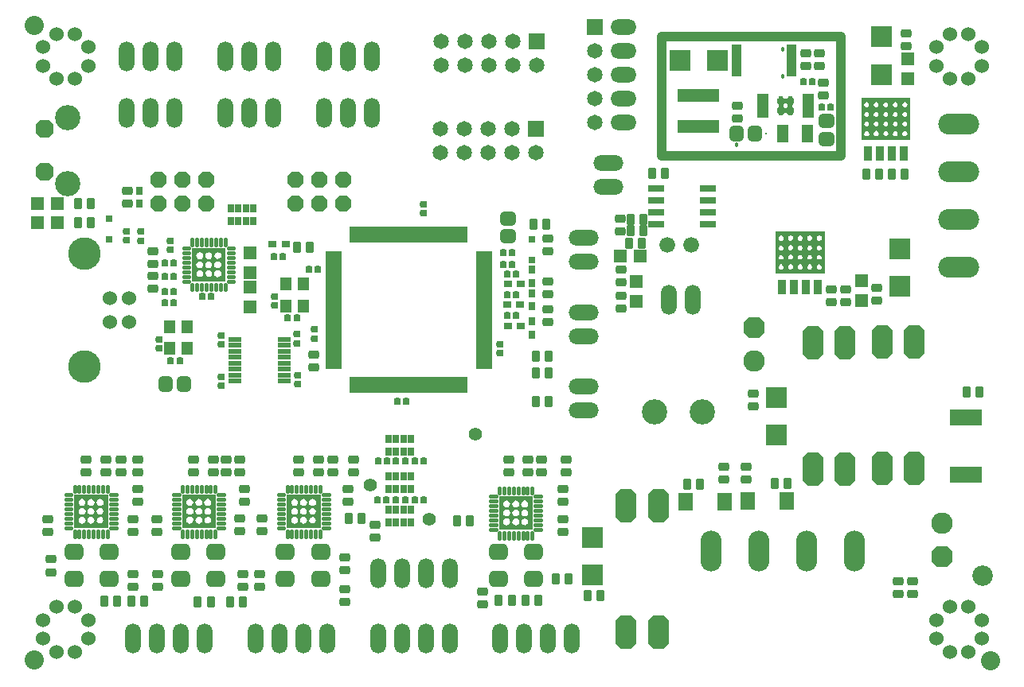
<source format=gts>
G04 Layer_Color=8388736*
%FSLAX24Y24*%
%MOIN*%
G70*
G01*
G75*
%ADD44C,0.0600*%
%ADD158C,0.0150*%
%ADD159C,0.0394*%
%ADD160R,0.0460X0.0130*%
%ADD161R,0.0530X0.0170*%
G04:AMPARAMS|DCode=162|XSize=35.1mil|YSize=45.4mil|CornerRadius=8.8mil|HoleSize=0mil|Usage=FLASHONLY|Rotation=270.000|XOffset=0mil|YOffset=0mil|HoleType=Round|Shape=RoundedRectangle|*
%AMROUNDEDRECTD162*
21,1,0.0351,0.0277,0,0,270.0*
21,1,0.0175,0.0454,0,0,270.0*
1,1,0.0177,-0.0139,-0.0087*
1,1,0.0177,-0.0139,0.0087*
1,1,0.0177,0.0139,0.0087*
1,1,0.0177,0.0139,-0.0087*
%
%ADD162ROUNDEDRECTD162*%
G04:AMPARAMS|DCode=163|XSize=35.1mil|YSize=45.4mil|CornerRadius=8.8mil|HoleSize=0mil|Usage=FLASHONLY|Rotation=0.000|XOffset=0mil|YOffset=0mil|HoleType=Round|Shape=RoundedRectangle|*
%AMROUNDEDRECTD163*
21,1,0.0351,0.0277,0,0,0.0*
21,1,0.0175,0.0454,0,0,0.0*
1,1,0.0177,0.0087,-0.0139*
1,1,0.0177,-0.0087,-0.0139*
1,1,0.0177,-0.0087,0.0139*
1,1,0.0177,0.0087,0.0139*
%
%ADD163ROUNDEDRECTD163*%
%ADD164R,0.0660X0.0300*%
%ADD165R,0.0340X0.0620*%
%ADD166R,0.0680X0.0200*%
%ADD167R,0.0200X0.0680*%
G04:AMPARAMS|DCode=168|XSize=15mil|YSize=35.4mil|CornerRadius=6.4mil|HoleSize=0mil|Usage=FLASHONLY|Rotation=180.000|XOffset=0mil|YOffset=0mil|HoleType=Round|Shape=RoundedRectangle|*
%AMROUNDEDRECTD168*
21,1,0.0150,0.0227,0,0,180.0*
21,1,0.0022,0.0354,0,0,180.0*
1,1,0.0128,-0.0011,0.0113*
1,1,0.0128,0.0011,0.0113*
1,1,0.0128,0.0011,-0.0113*
1,1,0.0128,-0.0011,-0.0113*
%
%ADD168ROUNDEDRECTD168*%
G04:AMPARAMS|DCode=169|XSize=15mil|YSize=35.4mil|CornerRadius=6.4mil|HoleSize=0mil|Usage=FLASHONLY|Rotation=270.000|XOffset=0mil|YOffset=0mil|HoleType=Round|Shape=RoundedRectangle|*
%AMROUNDEDRECTD169*
21,1,0.0150,0.0227,0,0,270.0*
21,1,0.0022,0.0354,0,0,270.0*
1,1,0.0128,-0.0113,-0.0011*
1,1,0.0128,-0.0113,0.0011*
1,1,0.0128,0.0113,0.0011*
1,1,0.0128,0.0113,-0.0011*
%
%ADD169ROUNDEDRECTD169*%
G04:AMPARAMS|DCode=170|XSize=80mil|YSize=80mil|CornerRadius=40mil|HoleSize=0mil|Usage=FLASHONLY|Rotation=0.000|XOffset=0mil|YOffset=0mil|HoleType=Round|Shape=RoundedRectangle|*
%AMROUNDEDRECTD170*
21,1,0.0800,0.0000,0,0,0.0*
21,1,0.0000,0.0800,0,0,0.0*
1,1,0.0800,0.0000,0.0000*
1,1,0.0800,0.0000,0.0000*
1,1,0.0800,0.0000,0.0000*
1,1,0.0800,0.0000,0.0000*
%
%ADD170ROUNDEDRECTD170*%
%ADD171R,0.0540X0.0540*%
%ADD172R,0.0540X0.0540*%
%ADD173R,0.0480X0.0580*%
%ADD174R,0.0414X0.1359*%
%ADD175R,0.0300X0.0300*%
%ADD176R,0.1320X0.0690*%
%ADD177R,0.0340X0.0260*%
%ADD178R,0.0260X0.0340*%
%ADD179R,0.0850X0.0850*%
%ADD180R,0.0850X0.0850*%
%ADD181R,0.0560X0.0210*%
G04:AMPARAMS|DCode=182|XSize=69mil|YSize=77mil|CornerRadius=18.8mil|HoleSize=0mil|Usage=FLASHONLY|Rotation=270.000|XOffset=0mil|YOffset=0mil|HoleType=Round|Shape=RoundedRectangle|*
%AMROUNDEDRECTD182*
21,1,0.0690,0.0395,0,0,270.0*
21,1,0.0315,0.0770,0,0,270.0*
1,1,0.0375,-0.0198,-0.0158*
1,1,0.0375,-0.0198,0.0158*
1,1,0.0375,0.0198,0.0158*
1,1,0.0375,0.0198,-0.0158*
%
%ADD182ROUNDEDRECTD182*%
G04:AMPARAMS|DCode=183|XSize=28mil|YSize=30mil|CornerRadius=7.4mil|HoleSize=0mil|Usage=FLASHONLY|Rotation=0.000|XOffset=0mil|YOffset=0mil|HoleType=Round|Shape=RoundedRectangle|*
%AMROUNDEDRECTD183*
21,1,0.0280,0.0152,0,0,0.0*
21,1,0.0132,0.0300,0,0,0.0*
1,1,0.0148,0.0066,-0.0076*
1,1,0.0148,-0.0066,-0.0076*
1,1,0.0148,-0.0066,0.0076*
1,1,0.0148,0.0066,0.0076*
%
%ADD183ROUNDEDRECTD183*%
G04:AMPARAMS|DCode=184|XSize=28mil|YSize=30mil|CornerRadius=7.4mil|HoleSize=0mil|Usage=FLASHONLY|Rotation=270.000|XOffset=0mil|YOffset=0mil|HoleType=Round|Shape=RoundedRectangle|*
%AMROUNDEDRECTD184*
21,1,0.0280,0.0152,0,0,270.0*
21,1,0.0132,0.0300,0,0,270.0*
1,1,0.0148,-0.0076,-0.0066*
1,1,0.0148,-0.0076,0.0066*
1,1,0.0148,0.0076,0.0066*
1,1,0.0148,0.0076,-0.0066*
%
%ADD184ROUNDEDRECTD184*%
%ADD185R,0.0603X0.0769*%
%ADD186R,0.0260X0.0320*%
%ADD187R,0.0493X0.0729*%
G04:AMPARAMS|DCode=188|XSize=58mil|YSize=66mil|CornerRadius=16mil|HoleSize=0mil|Usage=FLASHONLY|Rotation=180.000|XOffset=0mil|YOffset=0mil|HoleType=Round|Shape=RoundedRectangle|*
%AMROUNDEDRECTD188*
21,1,0.0580,0.0340,0,0,180.0*
21,1,0.0260,0.0660,0,0,180.0*
1,1,0.0320,-0.0130,0.0170*
1,1,0.0320,0.0130,0.0170*
1,1,0.0320,0.0130,-0.0170*
1,1,0.0320,-0.0130,-0.0170*
%
%ADD188ROUNDEDRECTD188*%
G04:AMPARAMS|DCode=189|XSize=58mil|YSize=66mil|CornerRadius=16mil|HoleSize=0mil|Usage=FLASHONLY|Rotation=270.000|XOffset=0mil|YOffset=0mil|HoleType=Round|Shape=RoundedRectangle|*
%AMROUNDEDRECTD189*
21,1,0.0580,0.0340,0,0,270.0*
21,1,0.0260,0.0660,0,0,270.0*
1,1,0.0320,-0.0170,-0.0130*
1,1,0.0320,-0.0170,0.0130*
1,1,0.0320,0.0170,0.0130*
1,1,0.0320,0.0170,-0.0130*
%
%ADD189ROUNDEDRECTD189*%
%ADD190R,0.1733X0.0525*%
G04:AMPARAMS|DCode=191|XSize=56mil|YSize=56mil|CornerRadius=28mil|HoleSize=0mil|Usage=FLASHONLY|Rotation=90.000|XOffset=0mil|YOffset=0mil|HoleType=Round|Shape=RoundedRectangle|*
%AMROUNDEDRECTD191*
21,1,0.0560,0.0000,0,0,90.0*
21,1,0.0000,0.0560,0,0,90.0*
1,1,0.0560,0.0000,0.0000*
1,1,0.0560,0.0000,0.0000*
1,1,0.0560,0.0000,0.0000*
1,1,0.0560,0.0000,0.0000*
%
%ADD191ROUNDEDRECTD191*%
%ADD192R,0.0482X0.0198*%
G04:AMPARAMS|DCode=193|XSize=139mil|YSize=89mil|CornerRadius=0mil|HoleSize=0mil|Usage=FLASHONLY|Rotation=270.000|XOffset=0mil|YOffset=0mil|HoleType=Round|Shape=Octagon|*
%AMOCTAGOND193*
4,1,8,-0.0223,-0.0695,0.0223,-0.0695,0.0445,-0.0473,0.0445,0.0473,0.0223,0.0695,-0.0223,0.0695,-0.0445,0.0473,-0.0445,-0.0473,-0.0223,-0.0695,0.0*
%
%ADD193OCTAGOND193*%

%ADD194C,0.0651*%
%ADD195R,0.0651X0.0651*%
%ADD196O,0.0660X0.1260*%
%ADD197P,0.0823X8X292.5*%
%ADD198C,0.1060*%
%ADD199O,0.1260X0.0660*%
%ADD200O,0.1084X0.0651*%
%ADD201R,0.0651X0.0651*%
%ADD202C,0.1365*%
%ADD203O,0.1710X0.0885*%
%ADD204P,0.0974X8X112.5*%
%ADD205C,0.0900*%
%ADD206P,0.0736X8X22.5*%
%ADD207C,0.0660*%
%ADD208C,0.0860*%
%ADD209O,0.0885X0.1710*%
%ADD210C,0.0180*%
%ADD211C,0.0080*%
G36*
X22478Y16061D02*
X22139D01*
X22139Y16154D01*
Y16061D01*
X21769D01*
X21769Y16149D01*
Y16061D01*
X21070D01*
Y17459D01*
X21769D01*
X21769Y17371D01*
Y17459D01*
X22149D01*
X22149Y17401D01*
Y17459D01*
X22478D01*
Y16061D01*
D02*
G37*
G36*
X18499Y27480D02*
Y27100D01*
X18411Y27100D01*
X18499D01*
Y26720D01*
X18440Y26720D01*
X18499D01*
Y26391D01*
X17101D01*
Y26730D01*
X17194Y26730D01*
X17101D01*
Y27100D01*
X17189Y27100D01*
X17101D01*
Y27480D01*
Y27799D01*
X18499D01*
Y27480D01*
D02*
G37*
G36*
X18092Y16061D02*
X17753D01*
X17753Y16154D01*
Y16061D01*
X17383D01*
X17383Y16149D01*
Y16061D01*
X16684D01*
Y17459D01*
X17383D01*
X17383Y17371D01*
Y17459D01*
X17763D01*
X17763Y17401D01*
Y17459D01*
X18092D01*
Y16061D01*
D02*
G37*
G36*
X31358Y15992D02*
X31020D01*
X31020Y16085D01*
Y15992D01*
X30650D01*
X30650Y16080D01*
Y15992D01*
X29951D01*
Y17390D01*
X30650D01*
X30650Y17302D01*
Y17390D01*
X31030D01*
X31030Y17332D01*
Y17390D01*
X31358D01*
Y15992D01*
D02*
G37*
G36*
X13583Y16061D02*
X13244D01*
X13244Y16154D01*
Y16061D01*
X12874D01*
X12874Y16149D01*
Y16061D01*
X12175D01*
Y17459D01*
X12874D01*
X12874Y17371D01*
Y17459D01*
X13254D01*
X13254Y17401D01*
Y17459D01*
X13583D01*
Y16061D01*
D02*
G37*
G36*
X47165Y33789D02*
Y33396D01*
Y32992D01*
Y32598D01*
Y32323D01*
X45118D01*
Y32598D01*
Y32992D01*
Y33396D01*
Y33799D01*
Y34085D01*
X47165D01*
Y33789D01*
D02*
G37*
G36*
X42232Y34150D02*
X42234Y34134D01*
X42246Y34106D01*
X42267Y34084D01*
X42296Y34072D01*
X42311Y34071D01*
Y33864D01*
X42298Y33863D01*
X42273Y33853D01*
X42254Y33834D01*
X42243Y33809D01*
X42242Y33795D01*
Y33756D01*
X42232D01*
Y33746D01*
X42234Y33731D01*
X42246Y33702D01*
X42267Y33681D01*
X42296Y33669D01*
X42311Y33667D01*
Y33470D01*
X42296Y33469D01*
X42267Y33457D01*
X42246Y33435D01*
X42234Y33407D01*
X42232Y33392D01*
Y33372D01*
X42055D01*
X42053Y33391D01*
X42039Y33427D01*
X42011Y33454D01*
X41976Y33469D01*
X41957Y33470D01*
X41937D01*
X41918Y33469D01*
X41882Y33454D01*
X41855Y33427D01*
X41840Y33391D01*
X41839Y33372D01*
X41661D01*
Y33382D01*
X41660Y33397D01*
X41648Y33426D01*
X41626Y33447D01*
X41598Y33459D01*
X41583Y33461D01*
Y33667D01*
X41596Y33669D01*
X41621Y33679D01*
X41640Y33698D01*
X41650Y33723D01*
X41652Y33736D01*
Y33776D01*
X41661D01*
Y33785D01*
X41660Y33801D01*
X41648Y33829D01*
X41626Y33851D01*
X41598Y33863D01*
X41583Y33864D01*
Y34061D01*
X41598Y34063D01*
X41626Y34074D01*
X41648Y34096D01*
X41660Y34124D01*
X41661Y34140D01*
Y34159D01*
X41839D01*
X41840Y34140D01*
X41855Y34105D01*
X41882Y34078D01*
X41918Y34063D01*
X41937Y34061D01*
X41957D01*
X41976Y34063D01*
X42011Y34078D01*
X42039Y34105D01*
X42053Y34140D01*
X42055Y34159D01*
X42232D01*
Y34150D01*
D02*
G37*
G36*
X43583Y28199D02*
Y27805D01*
Y27402D01*
Y27008D01*
Y26732D01*
X41535D01*
Y27008D01*
Y27402D01*
Y27805D01*
Y28209D01*
Y28494D01*
X43583D01*
Y28199D01*
D02*
G37*
%LPC*%
G36*
X22144Y17283D02*
X22088Y17272D01*
X22040Y17240D01*
X22008Y17192D01*
X21997Y17140D01*
X21997Y17140D01*
X21996Y17135D01*
X22008Y17078D01*
X22040Y17030D01*
X22088Y16998D01*
X22139Y16988D01*
Y16988D01*
X22139D01*
X22139Y16990D01*
X22139Y16988D01*
X22144Y16987D01*
X22201Y16998D01*
X22249Y17030D01*
X22281Y17078D01*
X22291Y17130D01*
X22291Y17130D01*
X22292Y17135D01*
X22281Y17192D01*
X22249Y17240D01*
X22201Y17272D01*
X22149Y17282D01*
Y17282D01*
X22149D01*
X22149Y17280D01*
Y17282D01*
X22144Y17283D01*
D02*
G37*
G36*
X21769Y16902D02*
X21769Y16900D01*
X21759Y16902D01*
X21712Y16892D01*
X21667Y16862D01*
X21637Y16818D01*
X21627Y16765D01*
X21628Y16760D01*
X21628Y16760D01*
X21627Y16755D01*
X21637Y16703D01*
X21667Y16658D01*
X21712Y16628D01*
X21765Y16617D01*
X21769Y16618D01*
Y16618D01*
X21769Y16618D01*
Y16620D01*
X21769Y16618D01*
X21774Y16617D01*
X21827Y16628D01*
X21872Y16658D01*
X21902Y16702D01*
X21911Y16750D01*
X21911Y16750D01*
X21912Y16755D01*
X21901Y16812D01*
X21869Y16860D01*
X21821Y16892D01*
X21769Y16902D01*
D02*
G37*
G36*
X21389Y17400D02*
X21389Y17282D01*
X21338Y17272D01*
X21290Y17240D01*
X21258Y17192D01*
X21246Y17135D01*
X21247Y17130D01*
X21248Y17130D01*
X21257Y17082D01*
X21287Y17038D01*
X21332Y17008D01*
X21384Y16997D01*
X21389Y16998D01*
Y16998D01*
X21389Y16998D01*
D01*
D01*
X21394Y16997D01*
X21447Y17008D01*
X21492Y17038D01*
X21522Y17082D01*
X21531Y17130D01*
X21531Y17130D01*
X21532Y17135D01*
X21521Y17192D01*
X21489Y17240D01*
X21441Y17272D01*
X21389Y17282D01*
X21389Y17280D01*
Y17400D01*
D02*
G37*
G36*
X21769Y17283D02*
X21715Y17272D01*
X21668Y17241D01*
X21637Y17195D01*
X21627Y17140D01*
X21627Y17140D01*
X21629Y17140D01*
X21627Y17130D01*
X21627Y17130D01*
X21637Y17075D01*
X21668Y17029D01*
X21715Y16998D01*
X21769Y16987D01*
X21769Y16987D01*
D01*
X21769D01*
Y16990D01*
X21769Y16987D01*
X21769D01*
X21769Y16987D01*
X21824Y16998D01*
X21870Y17029D01*
X21901Y17075D01*
X21912Y17130D01*
X21912Y17130D01*
X21911Y17130D01*
X21912Y17135D01*
X21901Y17192D01*
X21869Y17240D01*
X21821Y17272D01*
X21769Y17282D01*
X21769Y17280D01*
Y17283D01*
X21769Y17283D01*
D02*
G37*
G36*
X22139Y16575D02*
X22139Y16522D01*
X22092Y16512D01*
X22047Y16482D01*
X22017Y16438D01*
X22007Y16385D01*
X22008Y16380D01*
X22008Y16380D01*
X22007Y16375D01*
X22016Y16326D01*
X22044Y16285D01*
X22085Y16257D01*
X22129Y16249D01*
X22129Y16250D01*
X22139D01*
Y16247D01*
X22139Y16247D01*
X22194Y16258D01*
X22240Y16289D01*
X22271Y16335D01*
X22282Y16390D01*
X22282Y16390D01*
X22281Y16390D01*
X22282Y16395D01*
X22272Y16444D01*
X22244Y16485D01*
X22203Y16513D01*
X22159Y16522D01*
X22159Y16520D01*
X22139D01*
Y16575D01*
D02*
G37*
G36*
X21769Y16533D02*
X21715Y16522D01*
X21668Y16491D01*
X21637Y16445D01*
X21627Y16390D01*
X21627Y16390D01*
X21629Y16390D01*
X21627Y16380D01*
X21627Y16380D01*
X21637Y16325D01*
X21668Y16279D01*
X21715Y16248D01*
X21769Y16237D01*
X21769Y16237D01*
D01*
X21769D01*
Y16240D01*
X21769Y16237D01*
X21769D01*
X21769Y16237D01*
X21824Y16248D01*
X21870Y16279D01*
X21901Y16325D01*
X21912Y16380D01*
X21912Y16380D01*
X21911Y16380D01*
X21912Y16385D01*
X21901Y16442D01*
X21869Y16490D01*
X21821Y16522D01*
X21769Y16532D01*
X21769Y16530D01*
X21769Y16533D01*
X21769Y16533D01*
D02*
G37*
G36*
X21389Y16575D02*
X21389Y16532D01*
X21338Y16522D01*
X21290Y16490D01*
X21258Y16442D01*
X21246Y16385D01*
X21247Y16380D01*
X21247Y16380D01*
X21247Y16380D01*
X21257Y16325D01*
X21288Y16279D01*
X21335Y16248D01*
X21389Y16237D01*
X21389Y16237D01*
Y16240D01*
X21389Y16237D01*
X21389D01*
Y16237D01*
X21389Y16237D01*
X21448Y16249D01*
X21497Y16282D01*
X21531Y16332D01*
X21542Y16390D01*
X21542Y16390D01*
X21542D01*
X21542Y16390D01*
X21531Y16445D01*
X21500Y16491D01*
X21454Y16522D01*
X21399Y16533D01*
X21389Y16531D01*
X21389Y16530D01*
X21389Y16531D01*
X21389Y16531D01*
X21389Y16575D01*
D02*
G37*
G36*
X21399Y16903D02*
X21399Y16903D01*
X21399Y16900D01*
X21389D01*
X21389Y16903D01*
X21389Y16903D01*
X21335Y16892D01*
X21288Y16861D01*
X21257Y16815D01*
X21247Y16760D01*
X21247Y16760D01*
X21247Y16760D01*
X21257Y16705D01*
X21288Y16659D01*
X21335Y16628D01*
X21389Y16617D01*
X21389Y16618D01*
X21389Y16618D01*
X21389Y16620D01*
X21389Y16618D01*
X21394Y16617D01*
X21451Y16628D01*
X21499Y16660D01*
X21531Y16708D01*
X21541Y16760D01*
X21542Y16760D01*
X21542Y16760D01*
X21531Y16815D01*
X21500Y16861D01*
X21454Y16892D01*
X21399Y16903D01*
D02*
G37*
G36*
X22139Y16944D02*
X22139Y16902D01*
X22092Y16892D01*
X22047Y16862D01*
X22017Y16818D01*
X22007Y16765D01*
X22008Y16760D01*
X22008Y16760D01*
X22007Y16755D01*
X22016Y16706D01*
X22044Y16665D01*
X22085Y16637D01*
X22129Y16629D01*
X22129Y16630D01*
X22139D01*
Y16630D01*
X22149Y16628D01*
X22200Y16638D01*
X22243Y16666D01*
X22272Y16709D01*
X22282Y16760D01*
X22282Y16760D01*
X22282Y16760D01*
X22282Y16760D01*
X22271Y16815D01*
X22240Y16861D01*
X22194Y16892D01*
X22139Y16903D01*
X22139Y16903D01*
X22139Y16900D01*
X22139Y16944D01*
D02*
G37*
%LPD*%
G36*
X21389Y16998D02*
X21389Y16998D01*
Y17000D01*
X21389Y16998D01*
D02*
G37*
G36*
X21247Y16760D02*
Y16760D01*
Y16760D01*
Y16760D01*
D02*
G37*
%LPC*%
G36*
X17425Y26863D02*
X17420Y26862D01*
X17420Y26862D01*
X17415Y26863D01*
X17366Y26853D01*
X17325Y26825D01*
X17297Y26784D01*
X17288Y26740D01*
X17290Y26740D01*
Y26730D01*
X17287D01*
X17287Y26730D01*
X17298Y26675D01*
X17329Y26629D01*
X17375Y26598D01*
X17430Y26587D01*
X17430Y26587D01*
X17430Y26588D01*
X17435Y26587D01*
X17484Y26597D01*
X17525Y26625D01*
X17553Y26666D01*
X17562Y26710D01*
X17560Y26710D01*
Y26730D01*
X17615D01*
X17562Y26730D01*
X17552Y26778D01*
X17522Y26822D01*
X17478Y26852D01*
X17425Y26863D01*
D02*
G37*
G36*
X18175Y26873D02*
X18118Y26862D01*
X18070Y26830D01*
X18038Y26782D01*
X18028Y26730D01*
X18028D01*
Y26730D01*
X18030Y26730D01*
X18028Y26730D01*
X18027Y26725D01*
X18038Y26668D01*
X18070Y26620D01*
X18118Y26588D01*
X18170Y26578D01*
X18170Y26578D01*
X18175Y26577D01*
X18232Y26588D01*
X18280Y26620D01*
X18312Y26668D01*
X18322Y26720D01*
X18322D01*
Y26720D01*
X18320Y26720D01*
X18322D01*
X18323Y26725D01*
X18312Y26782D01*
X18280Y26830D01*
X18232Y26862D01*
X18180Y26872D01*
X18180Y26872D01*
X18175Y26873D01*
D02*
G37*
G36*
X17805Y26863D02*
X17800Y26862D01*
X17800Y26862D01*
X17795Y26863D01*
X17746Y26853D01*
X17705Y26825D01*
X17677Y26784D01*
X17668Y26740D01*
X17670Y26740D01*
Y26730D01*
X17669D01*
X17667Y26720D01*
X17678Y26669D01*
X17706Y26626D01*
X17749Y26598D01*
X17800Y26587D01*
X17800Y26587D01*
X17800Y26587D01*
X17800Y26587D01*
X17855Y26598D01*
X17901Y26629D01*
X17932Y26675D01*
X17943Y26730D01*
X17943Y26730D01*
X17940Y26730D01*
X17984Y26730D01*
X17942Y26730D01*
X17932Y26778D01*
X17902Y26822D01*
X17858Y26852D01*
X17805Y26863D01*
D02*
G37*
G36*
X17425Y27623D02*
X17420Y27622D01*
X17420Y27623D01*
X17420Y27623D01*
X17365Y27612D01*
X17319Y27581D01*
X17288Y27535D01*
X17277Y27480D01*
X17277Y27480D01*
X17280D01*
X17277Y27480D01*
Y27480D01*
X17277D01*
X17277Y27480D01*
X17289Y27421D01*
X17322Y27372D01*
X17371Y27339D01*
X17430Y27327D01*
X17430Y27327D01*
Y27327D01*
X17430Y27327D01*
X17485Y27338D01*
X17531Y27369D01*
X17562Y27416D01*
X17573Y27470D01*
X17571Y27480D01*
X17570Y27480D01*
X17571Y27480D01*
X17571Y27480D01*
X17615Y27480D01*
X17572Y27480D01*
X17562Y27532D01*
X17530Y27580D01*
X17482Y27612D01*
X17425Y27623D01*
D02*
G37*
G36*
X18175D02*
X18170Y27622D01*
X18170Y27622D01*
X18122Y27612D01*
X18078Y27582D01*
X18048Y27538D01*
X18037Y27485D01*
X18038Y27480D01*
X18038D01*
X18038Y27480D01*
D01*
D01*
X18037Y27475D01*
X18048Y27422D01*
X18078Y27378D01*
X18122Y27348D01*
X18170Y27338D01*
X18170Y27338D01*
X18175Y27337D01*
X18232Y27348D01*
X18280Y27380D01*
X18312Y27428D01*
X18322Y27480D01*
X18320Y27480D01*
X18440D01*
X18322Y27480D01*
X18312Y27532D01*
X18280Y27580D01*
X18232Y27612D01*
X18175Y27623D01*
D02*
G37*
G36*
X17805Y27243D02*
X17800Y27242D01*
X17800Y27242D01*
X17795Y27243D01*
X17742Y27232D01*
X17698Y27202D01*
X17668Y27158D01*
X17657Y27105D01*
X17658Y27100D01*
X17658D01*
X17658Y27100D01*
X17660D01*
X17658Y27100D01*
X17657Y27095D01*
X17668Y27042D01*
X17698Y26998D01*
X17742Y26968D01*
X17790Y26958D01*
X17790Y26958D01*
X17795Y26957D01*
X17852Y26968D01*
X17900Y27000D01*
X17932Y27048D01*
X17942Y27100D01*
X17940Y27100D01*
X17942Y27110D01*
X17932Y27158D01*
X17902Y27202D01*
X17858Y27232D01*
X17805Y27243D01*
D02*
G37*
G36*
X18180Y27243D02*
X18180Y27243D01*
X18180Y27240D01*
X18170Y27243D01*
X18170Y27243D01*
X18115Y27232D01*
X18069Y27201D01*
X18038Y27155D01*
X18027Y27100D01*
X18027Y27100D01*
D01*
Y27100D01*
X18030D01*
X18027Y27100D01*
Y27100D01*
X18027Y27100D01*
X18038Y27045D01*
X18069Y26999D01*
X18115Y26968D01*
X18170Y26957D01*
X18170Y26957D01*
X18170Y26958D01*
X18175Y26957D01*
X18232Y26968D01*
X18280Y27000D01*
X18312Y27048D01*
X18322Y27100D01*
X18320Y27100D01*
X18323D01*
X18323Y27100D01*
X18312Y27155D01*
X18281Y27201D01*
X18235Y27232D01*
X18180Y27243D01*
D02*
G37*
G36*
X17430D02*
X17430Y27243D01*
X17430Y27240D01*
X17420Y27243D01*
X17420Y27243D01*
X17365Y27232D01*
X17319Y27201D01*
X17288Y27155D01*
X17277Y27100D01*
X17277Y27100D01*
D01*
Y27100D01*
X17280D01*
X17277Y27100D01*
Y27100D01*
X17277Y27100D01*
X17288Y27045D01*
X17319Y26999D01*
X17365Y26968D01*
X17420Y26957D01*
X17420Y26957D01*
X17420Y26958D01*
X17425Y26957D01*
X17482Y26968D01*
X17530Y27000D01*
X17562Y27048D01*
X17572Y27100D01*
X17570Y27100D01*
X17573Y27100D01*
X17573Y27100D01*
X17562Y27155D01*
X17531Y27201D01*
X17485Y27232D01*
X17430Y27243D01*
D02*
G37*
G36*
X17800Y27623D02*
X17800Y27623D01*
X17800D01*
X17800D01*
X17800D01*
X17800Y27623D01*
X17745Y27612D01*
X17699Y27581D01*
X17668Y27535D01*
X17657Y27480D01*
X17658Y27480D01*
X17658Y27480D01*
X17660Y27480D01*
X17658Y27480D01*
X17657Y27475D01*
X17668Y27418D01*
X17700Y27370D01*
X17748Y27338D01*
X17800Y27328D01*
X17800Y27327D01*
X17800Y27327D01*
X17855Y27338D01*
X17901Y27369D01*
X17932Y27415D01*
X17943Y27470D01*
X17943Y27470D01*
X17940Y27470D01*
Y27480D01*
X17943Y27480D01*
X17943Y27480D01*
X17932Y27535D01*
X17901Y27581D01*
X17855Y27612D01*
X17800Y27623D01*
D02*
G37*
%LPD*%
G36*
X18038Y27480D02*
X18038Y27480D01*
X18040D01*
X18038Y27480D01*
D02*
G37*
%LPC*%
G36*
X17758Y17283D02*
X17701Y17272D01*
X17653Y17240D01*
X17621Y17192D01*
X17611Y17140D01*
X17611Y17140D01*
X17610Y17135D01*
X17621Y17078D01*
X17653Y17030D01*
X17701Y16998D01*
X17753Y16988D01*
Y16988D01*
X17753D01*
X17753Y16990D01*
X17753Y16988D01*
X17758Y16987D01*
X17815Y16998D01*
X17863Y17030D01*
X17895Y17078D01*
X17905Y17130D01*
X17905Y17130D01*
X17906Y17135D01*
X17895Y17192D01*
X17863Y17240D01*
X17815Y17272D01*
X17763Y17282D01*
Y17282D01*
X17763D01*
X17763Y17280D01*
Y17282D01*
X17758Y17283D01*
D02*
G37*
G36*
X17383Y17283D02*
X17328Y17272D01*
X17282Y17241D01*
X17251Y17195D01*
X17240Y17140D01*
X17240Y17140D01*
X17243Y17140D01*
X17240Y17130D01*
X17240Y17130D01*
X17251Y17075D01*
X17282Y17029D01*
X17328Y16998D01*
X17383Y16987D01*
X17383Y16987D01*
D01*
X17383D01*
Y16990D01*
X17383Y16987D01*
X17383D01*
X17383Y16987D01*
X17438Y16998D01*
X17484Y17029D01*
X17515Y17075D01*
X17526Y17130D01*
X17526Y17130D01*
X17525Y17130D01*
X17526Y17135D01*
X17515Y17192D01*
X17483Y17240D01*
X17435Y17272D01*
X17383Y17282D01*
X17383Y17280D01*
Y17283D01*
X17383Y17283D01*
D02*
G37*
G36*
X17003Y17400D02*
X17003Y17282D01*
X16951Y17272D01*
X16903Y17240D01*
X16871Y17192D01*
X16860Y17135D01*
X16861Y17130D01*
X16861Y17130D01*
X16871Y17082D01*
X16901Y17038D01*
X16945Y17008D01*
X16998Y16997D01*
X17003Y16998D01*
Y16998D01*
X17003Y16998D01*
D01*
D01*
X17008Y16997D01*
X17061Y17008D01*
X17105Y17038D01*
X17135Y17082D01*
X17145Y17130D01*
X17145Y17130D01*
X17146Y17135D01*
X17135Y17192D01*
X17103Y17240D01*
X17055Y17272D01*
X17003Y17282D01*
X17003Y17280D01*
Y17400D01*
D02*
G37*
G36*
X17753Y16575D02*
X17753Y16522D01*
X17705Y16512D01*
X17661Y16482D01*
X17631Y16438D01*
X17620Y16385D01*
X17621Y16380D01*
X17622Y16380D01*
X17621Y16375D01*
X17630Y16326D01*
X17658Y16285D01*
X17699Y16257D01*
X17743Y16249D01*
X17743Y16250D01*
X17753D01*
Y16247D01*
X17753Y16247D01*
X17808Y16258D01*
X17854Y16289D01*
X17885Y16335D01*
X17896Y16390D01*
X17896Y16390D01*
X17895Y16390D01*
X17896Y16395D01*
X17886Y16444D01*
X17858Y16485D01*
X17817Y16513D01*
X17773Y16522D01*
X17773Y16520D01*
X17753D01*
Y16575D01*
D02*
G37*
G36*
X17003Y16575D02*
X17003Y16532D01*
X16951Y16522D01*
X16903Y16490D01*
X16871Y16442D01*
X16860Y16385D01*
X16861Y16380D01*
X16860Y16380D01*
X16860Y16380D01*
X16871Y16325D01*
X16902Y16279D01*
X16948Y16248D01*
X17003Y16237D01*
X17003Y16237D01*
Y16240D01*
X17003Y16237D01*
X17003D01*
Y16237D01*
X17003Y16237D01*
X17062Y16249D01*
X17111Y16282D01*
X17144Y16332D01*
X17156Y16390D01*
X17156Y16390D01*
X17156D01*
X17156Y16390D01*
X17145Y16445D01*
X17114Y16491D01*
X17068Y16522D01*
X17013Y16533D01*
X17003Y16531D01*
X17003Y16530D01*
X17003Y16531D01*
X17003Y16531D01*
X17003Y16575D01*
D02*
G37*
G36*
X17383Y16533D02*
X17328Y16522D01*
X17282Y16491D01*
X17251Y16445D01*
X17240Y16390D01*
X17240Y16390D01*
X17243Y16390D01*
X17240Y16380D01*
X17240Y16380D01*
X17251Y16325D01*
X17282Y16279D01*
X17328Y16248D01*
X17383Y16237D01*
X17383Y16237D01*
D01*
X17383D01*
Y16240D01*
X17383Y16237D01*
X17383D01*
X17383Y16237D01*
X17438Y16248D01*
X17484Y16279D01*
X17515Y16325D01*
X17526Y16380D01*
X17526Y16380D01*
X17525Y16380D01*
X17526Y16385D01*
X17515Y16442D01*
X17483Y16490D01*
X17435Y16522D01*
X17383Y16532D01*
X17383Y16530D01*
X17383Y16533D01*
X17383Y16533D01*
D02*
G37*
G36*
X17013Y16903D02*
X17013Y16903D01*
X17013Y16900D01*
X17003D01*
X17003Y16903D01*
X17003Y16903D01*
X16948Y16892D01*
X16902Y16861D01*
X16871Y16815D01*
X16860Y16760D01*
X16860Y16760D01*
X16860Y16760D01*
X16871Y16705D01*
X16902Y16659D01*
X16948Y16628D01*
X17003Y16617D01*
X17003Y16618D01*
X17003Y16618D01*
X17003Y16620D01*
X17003Y16618D01*
X17008Y16617D01*
X17065Y16628D01*
X17113Y16660D01*
X17145Y16708D01*
X17155Y16760D01*
X17156Y16760D01*
X17156Y16760D01*
X17145Y16815D01*
X17114Y16861D01*
X17068Y16892D01*
X17013Y16903D01*
D02*
G37*
G36*
X17383Y16902D02*
X17383Y16900D01*
X17373Y16902D01*
X17325Y16892D01*
X17281Y16862D01*
X17251Y16818D01*
X17240Y16765D01*
X17241Y16760D01*
X17241Y16760D01*
X17240Y16755D01*
X17251Y16703D01*
X17281Y16658D01*
X17326Y16628D01*
X17378Y16617D01*
X17383Y16618D01*
Y16618D01*
X17383Y16618D01*
Y16620D01*
X17383Y16618D01*
X17388Y16617D01*
X17441Y16628D01*
X17485Y16658D01*
X17515Y16702D01*
X17525Y16750D01*
X17525Y16750D01*
X17526Y16755D01*
X17515Y16812D01*
X17483Y16860D01*
X17435Y16892D01*
X17383Y16902D01*
D02*
G37*
G36*
X17753Y16944D02*
X17753Y16902D01*
X17705Y16892D01*
X17661Y16862D01*
X17631Y16818D01*
X17620Y16765D01*
X17621Y16760D01*
X17622Y16760D01*
X17621Y16755D01*
X17630Y16706D01*
X17658Y16665D01*
X17699Y16637D01*
X17743Y16629D01*
X17743Y16630D01*
X17753D01*
Y16630D01*
X17763Y16628D01*
X17814Y16638D01*
X17857Y16666D01*
X17886Y16709D01*
X17896Y16760D01*
X17896Y16760D01*
X17896Y16760D01*
X17896Y16760D01*
X17885Y16815D01*
X17854Y16861D01*
X17808Y16892D01*
X17753Y16903D01*
X17753Y16903D01*
X17753Y16900D01*
X17753Y16944D01*
D02*
G37*
%LPD*%
G36*
X17003Y16998D02*
X17003Y16998D01*
Y17000D01*
X17003Y16998D01*
D02*
G37*
G36*
X16860Y16760D02*
Y16760D01*
Y16760D01*
Y16760D01*
D02*
G37*
%LPC*%
G36*
X31025Y17214D02*
X30968Y17203D01*
X30920Y17171D01*
X30888Y17123D01*
X30878Y17071D01*
X30878Y17071D01*
X30877Y17066D01*
X30888Y17010D01*
X30920Y16962D01*
X30968Y16930D01*
X31020Y16919D01*
Y16919D01*
X31020D01*
X31020Y16921D01*
X31020Y16919D01*
X31025Y16918D01*
X31081Y16930D01*
X31129Y16962D01*
X31161Y17010D01*
X31172Y17061D01*
X31172Y17061D01*
X31173Y17066D01*
X31161Y17123D01*
X31129Y17171D01*
X31081Y17203D01*
X31030Y17213D01*
Y17213D01*
X31030D01*
X31030Y17211D01*
Y17213D01*
X31025Y17214D01*
D02*
G37*
G36*
X30650Y17214D02*
X30595Y17203D01*
X30549Y17172D01*
X30518Y17126D01*
X30507Y17071D01*
X30507Y17071D01*
X30510Y17071D01*
X30507Y17061D01*
X30507Y17061D01*
X30518Y17007D01*
X30549Y16960D01*
X30595Y16929D01*
X30650Y16918D01*
X30650Y16918D01*
D01*
X30650D01*
Y16921D01*
X30650Y16918D01*
X30650D01*
X30650Y16918D01*
X30704Y16929D01*
X30751Y16960D01*
X30781Y17007D01*
X30792Y17061D01*
X30792Y17061D01*
X30792Y17061D01*
X30793Y17066D01*
X30781Y17123D01*
X30749Y17171D01*
X30701Y17203D01*
X30650Y17213D01*
X30650Y17211D01*
Y17214D01*
X30650Y17214D01*
D02*
G37*
G36*
X30270Y17331D02*
X30270Y17213D01*
X30218Y17203D01*
X30170Y17171D01*
X30138Y17123D01*
X30127Y17066D01*
X30128Y17061D01*
X30128Y17061D01*
X30137Y17013D01*
X30167Y16969D01*
X30212Y16939D01*
X30265Y16928D01*
X30270Y16929D01*
Y16929D01*
X30270Y16929D01*
D01*
D01*
X30275Y16928D01*
X30327Y16939D01*
X30372Y16969D01*
X30402Y17013D01*
X30411Y17061D01*
X30412Y17061D01*
X30413Y17066D01*
X30401Y17123D01*
X30369Y17171D01*
X30321Y17203D01*
X30270Y17213D01*
X30270Y17211D01*
Y17331D01*
D02*
G37*
G36*
X30270Y16506D02*
X30270Y16463D01*
X30218Y16453D01*
X30170Y16421D01*
X30138Y16373D01*
X30127Y16316D01*
X30128Y16311D01*
X30127Y16311D01*
X30127Y16311D01*
X30138Y16257D01*
X30169Y16210D01*
X30215Y16179D01*
X30270Y16168D01*
X30270Y16168D01*
Y16171D01*
X30270Y16168D01*
X30270D01*
Y16168D01*
X30270Y16168D01*
X30328Y16180D01*
X30378Y16213D01*
X30411Y16263D01*
X30423Y16321D01*
X30423Y16321D01*
X30422D01*
X30422Y16321D01*
X30411Y16376D01*
X30380Y16422D01*
X30334Y16453D01*
X30279Y16464D01*
X30270Y16462D01*
X30270Y16461D01*
X30270Y16462D01*
X30270Y16462D01*
X30270Y16506D01*
D02*
G37*
G36*
X31020Y16506D02*
X31020Y16453D01*
X30972Y16443D01*
X30927Y16414D01*
X30897Y16369D01*
X30887Y16316D01*
X30888Y16311D01*
X30888Y16311D01*
X30887Y16306D01*
X30897Y16257D01*
X30924Y16216D01*
X30966Y16188D01*
X31010Y16180D01*
X31010Y16181D01*
X31020D01*
Y16178D01*
X31020Y16178D01*
X31074Y16189D01*
X31121Y16220D01*
X31151Y16267D01*
X31162Y16321D01*
X31162Y16321D01*
X31161Y16321D01*
X31162Y16326D01*
X31152Y16375D01*
X31125Y16416D01*
X31083Y16444D01*
X31040Y16453D01*
X31040Y16451D01*
X31020D01*
Y16506D01*
D02*
G37*
G36*
X30650Y16464D02*
X30595Y16453D01*
X30549Y16422D01*
X30518Y16376D01*
X30507Y16321D01*
X30507Y16321D01*
X30510Y16321D01*
X30507Y16311D01*
X30507Y16311D01*
X30518Y16257D01*
X30549Y16210D01*
X30595Y16179D01*
X30650Y16168D01*
X30650Y16168D01*
D01*
X30650D01*
Y16171D01*
X30650Y16168D01*
X30650D01*
X30650Y16168D01*
X30704Y16179D01*
X30751Y16210D01*
X30781Y16257D01*
X30792Y16311D01*
X30792Y16311D01*
X30792Y16311D01*
X30793Y16316D01*
X30781Y16373D01*
X30749Y16421D01*
X30701Y16453D01*
X30650Y16463D01*
X30650Y16461D01*
X30650Y16464D01*
X30650Y16464D01*
D02*
G37*
G36*
X30650Y16833D02*
X30650Y16831D01*
X30640Y16833D01*
X30592Y16823D01*
X30547Y16794D01*
X30517Y16749D01*
X30507Y16696D01*
X30508Y16691D01*
X30508Y16691D01*
X30507Y16687D01*
X30517Y16634D01*
X30547Y16589D01*
X30592Y16559D01*
X30645Y16548D01*
X30650Y16549D01*
Y16549D01*
X30650Y16549D01*
Y16551D01*
X30650Y16549D01*
X30655Y16548D01*
X30707Y16559D01*
X30752Y16589D01*
X30782Y16633D01*
X30791Y16681D01*
X30792Y16681D01*
X30793Y16686D01*
X30781Y16743D01*
X30749Y16791D01*
X30701Y16823D01*
X30650Y16833D01*
D02*
G37*
G36*
X31020Y16875D02*
X31020Y16833D01*
X30972Y16823D01*
X30927Y16794D01*
X30897Y16749D01*
X30887Y16696D01*
X30888Y16691D01*
X30888Y16691D01*
X30887Y16686D01*
X30897Y16637D01*
X30924Y16596D01*
X30966Y16568D01*
X31010Y16560D01*
X31010Y16561D01*
X31020D01*
Y16561D01*
X31030Y16559D01*
X31080Y16569D01*
X31123Y16597D01*
X31152Y16640D01*
X31162Y16691D01*
X31162Y16691D01*
X31162Y16691D01*
X31162Y16691D01*
X31151Y16746D01*
X31121Y16792D01*
X31074Y16823D01*
X31020Y16834D01*
X31020Y16834D01*
X31020Y16831D01*
X31020Y16875D01*
D02*
G37*
G36*
X30280Y16834D02*
X30280Y16834D01*
X30280Y16831D01*
X30270D01*
X30270Y16834D01*
X30270Y16834D01*
X30215Y16823D01*
X30169Y16792D01*
X30138Y16746D01*
X30127Y16691D01*
X30127Y16691D01*
X30127Y16691D01*
X30138Y16637D01*
X30169Y16590D01*
X30215Y16559D01*
X30270Y16548D01*
X30270Y16549D01*
X30270Y16549D01*
X30270Y16551D01*
X30270Y16549D01*
X30275Y16548D01*
X30331Y16560D01*
X30379Y16592D01*
X30411Y16640D01*
X30422Y16691D01*
X30422Y16691D01*
X30422Y16691D01*
X30411Y16746D01*
X30381Y16792D01*
X30334Y16823D01*
X30280Y16834D01*
D02*
G37*
%LPD*%
G36*
X30270Y16929D02*
X30270Y16929D01*
Y16931D01*
X30270Y16929D01*
D02*
G37*
G36*
X30127Y16691D02*
Y16691D01*
Y16691D01*
Y16691D01*
D02*
G37*
%LPC*%
G36*
X12874Y17283D02*
X12819Y17272D01*
X12773Y17241D01*
X12742Y17195D01*
X12731Y17140D01*
X12731Y17140D01*
X12734Y17140D01*
X12731Y17130D01*
X12731Y17130D01*
X12742Y17075D01*
X12773Y17029D01*
X12819Y16998D01*
X12874Y16987D01*
X12874Y16987D01*
D01*
X12874D01*
Y16990D01*
X12874Y16987D01*
X12874D01*
X12874Y16987D01*
X12929Y16998D01*
X12975Y17029D01*
X13006Y17075D01*
X13017Y17130D01*
X13017Y17130D01*
X13016Y17130D01*
X13017Y17135D01*
X13006Y17192D01*
X12974Y17240D01*
X12926Y17272D01*
X12874Y17282D01*
X12874Y17280D01*
Y17283D01*
X12874Y17283D01*
D02*
G37*
G36*
X13249Y17283D02*
X13192Y17272D01*
X13144Y17240D01*
X13112Y17192D01*
X13102Y17140D01*
X13102Y17140D01*
X13101Y17135D01*
X13112Y17078D01*
X13144Y17030D01*
X13192Y16998D01*
X13244Y16988D01*
Y16988D01*
X13244D01*
X13244Y16990D01*
X13244Y16988D01*
X13249Y16987D01*
X13306Y16998D01*
X13354Y17030D01*
X13386Y17078D01*
X13396Y17130D01*
X13396Y17130D01*
X13397Y17135D01*
X13386Y17192D01*
X13354Y17240D01*
X13306Y17272D01*
X13254Y17282D01*
Y17282D01*
X13254D01*
X13254Y17280D01*
Y17282D01*
X13249Y17283D01*
D02*
G37*
G36*
X12494Y17400D02*
X12494Y17282D01*
X12442Y17272D01*
X12394Y17240D01*
X12362Y17192D01*
X12351Y17135D01*
X12352Y17130D01*
X12352Y17130D01*
X12362Y17082D01*
X12392Y17038D01*
X12436Y17008D01*
X12489Y16997D01*
X12494Y16998D01*
Y16998D01*
X12494Y16998D01*
D01*
D01*
X12499Y16997D01*
X12552Y17008D01*
X12596Y17038D01*
X12626Y17082D01*
X12636Y17130D01*
X12636Y17130D01*
X12637Y17135D01*
X12626Y17192D01*
X12594Y17240D01*
X12546Y17272D01*
X12494Y17282D01*
X12494Y17280D01*
Y17400D01*
D02*
G37*
G36*
X12494Y16575D02*
X12494Y16532D01*
X12442Y16522D01*
X12394Y16490D01*
X12362Y16442D01*
X12351Y16385D01*
X12352Y16380D01*
X12351Y16380D01*
X12351Y16380D01*
X12362Y16325D01*
X12393Y16279D01*
X12439Y16248D01*
X12494Y16237D01*
X12494Y16237D01*
Y16240D01*
X12494Y16237D01*
X12494D01*
Y16237D01*
X12494Y16237D01*
X12553Y16249D01*
X12602Y16282D01*
X12635Y16332D01*
X12647Y16390D01*
X12647Y16390D01*
X12647D01*
X12647Y16390D01*
X12636Y16445D01*
X12605Y16491D01*
X12558Y16522D01*
X12504Y16533D01*
X12494Y16531D01*
X12494Y16530D01*
X12494Y16531D01*
X12494Y16531D01*
X12494Y16575D01*
D02*
G37*
G36*
X13244Y16575D02*
X13244Y16522D01*
X13196Y16512D01*
X13152Y16482D01*
X13122Y16438D01*
X13111Y16385D01*
X13112Y16380D01*
X13112Y16380D01*
X13111Y16375D01*
X13121Y16326D01*
X13149Y16285D01*
X13190Y16257D01*
X13234Y16249D01*
X13234Y16250D01*
X13244D01*
Y16247D01*
X13244Y16247D01*
X13299Y16258D01*
X13345Y16289D01*
X13376Y16335D01*
X13387Y16390D01*
X13387Y16390D01*
X13386Y16390D01*
X13387Y16395D01*
X13377Y16444D01*
X13349Y16485D01*
X13308Y16513D01*
X13264Y16522D01*
X13264Y16520D01*
X13244D01*
Y16575D01*
D02*
G37*
G36*
X12874Y16533D02*
X12819Y16522D01*
X12773Y16491D01*
X12742Y16445D01*
X12731Y16390D01*
X12731Y16390D01*
X12734Y16390D01*
X12731Y16380D01*
X12731Y16380D01*
X12742Y16325D01*
X12773Y16279D01*
X12819Y16248D01*
X12874Y16237D01*
X12874Y16237D01*
D01*
X12874D01*
Y16240D01*
X12874Y16237D01*
X12874D01*
X12874Y16237D01*
X12929Y16248D01*
X12975Y16279D01*
X13006Y16325D01*
X13017Y16380D01*
X13017Y16380D01*
X13016Y16380D01*
X13017Y16385D01*
X13006Y16442D01*
X12974Y16490D01*
X12926Y16522D01*
X12874Y16532D01*
X12874Y16530D01*
X12874Y16533D01*
X12874Y16533D01*
D02*
G37*
G36*
X12874Y16902D02*
X12874Y16900D01*
X12864Y16902D01*
X12816Y16892D01*
X12772Y16862D01*
X12742Y16818D01*
X12731Y16765D01*
X12732Y16760D01*
X12732Y16760D01*
X12731Y16755D01*
X12742Y16703D01*
X12772Y16658D01*
X12817Y16628D01*
X12869Y16617D01*
X12874Y16618D01*
Y16618D01*
X12874Y16618D01*
Y16620D01*
X12874Y16618D01*
X12879Y16617D01*
X12932Y16628D01*
X12976Y16658D01*
X13006Y16702D01*
X13016Y16750D01*
X13016Y16750D01*
X13017Y16755D01*
X13006Y16812D01*
X12974Y16860D01*
X12926Y16892D01*
X12874Y16902D01*
D02*
G37*
G36*
X12504Y16903D02*
X12504Y16903D01*
X12504Y16900D01*
X12494D01*
X12494Y16903D01*
X12494Y16903D01*
X12439Y16892D01*
X12393Y16861D01*
X12362Y16815D01*
X12351Y16760D01*
X12351Y16760D01*
Y16760D01*
Y16760D01*
Y16760D01*
X12351Y16760D01*
X12362Y16705D01*
X12393Y16659D01*
X12439Y16628D01*
X12494Y16617D01*
X12494Y16618D01*
X12494Y16618D01*
X12494Y16620D01*
X12494Y16618D01*
X12499Y16617D01*
X12556Y16628D01*
X12604Y16660D01*
X12636Y16708D01*
X12646Y16760D01*
X12647Y16760D01*
X12647Y16760D01*
X12636Y16815D01*
X12605Y16861D01*
X12559Y16892D01*
X12504Y16903D01*
D02*
G37*
G36*
X13244Y16944D02*
X13244Y16902D01*
X13196Y16892D01*
X13152Y16862D01*
X13122Y16818D01*
X13111Y16765D01*
X13112Y16760D01*
X13112Y16760D01*
X13111Y16755D01*
X13121Y16706D01*
X13149Y16665D01*
X13190Y16637D01*
X13234Y16629D01*
X13234Y16630D01*
X13244D01*
Y16630D01*
X13254Y16628D01*
X13305Y16638D01*
X13348Y16666D01*
X13376Y16709D01*
X13387Y16760D01*
X13387Y16760D01*
X13387Y16760D01*
X13387Y16760D01*
X13376Y16815D01*
X13345Y16861D01*
X13299Y16892D01*
X13244Y16903D01*
X13244Y16903D01*
X13244Y16900D01*
X13244Y16944D01*
D02*
G37*
%LPD*%
G36*
X12494Y16998D02*
X12494Y16998D01*
Y17000D01*
X12494Y16998D01*
D02*
G37*
%LPC*%
G36*
X46142Y32707D02*
X46123Y32705D01*
X46087Y32690D01*
X46060Y32663D01*
X46045Y32627D01*
X46043Y32608D01*
Y32598D01*
Y32589D01*
X46045Y32571D01*
X46058Y32539D01*
X46083Y32515D01*
X46115Y32502D01*
X46132Y32500D01*
X46142D01*
X46163Y32502D01*
X46202Y32518D01*
X46232Y32548D01*
X46248Y32587D01*
X46249Y32598D01*
X46240D01*
Y32608D01*
X46238Y32627D01*
X46224Y32663D01*
X46196Y32690D01*
X46161Y32705D01*
X46142Y32707D01*
D02*
G37*
G36*
X46939D02*
X46920Y32705D01*
X46884Y32690D01*
X46857Y32663D01*
X46842Y32627D01*
X46841Y32608D01*
Y32608D01*
X46841Y32589D01*
X46843Y32570D01*
X46858Y32535D01*
X46885Y32507D01*
X46920Y32493D01*
X46940Y32491D01*
X46941Y32498D01*
X46962Y32500D01*
X47001Y32516D01*
X47031Y32546D01*
X47047Y32585D01*
X47049Y32598D01*
X47037D01*
Y32608D01*
X47036Y32627D01*
X47021Y32663D01*
X46994Y32690D01*
X46958Y32705D01*
X46939Y32707D01*
D02*
G37*
G36*
X46545D02*
X46526Y32705D01*
X46491Y32690D01*
X46463Y32663D01*
X46449Y32627D01*
X46447Y32608D01*
Y32598D01*
X46437D01*
Y32598D01*
X46439Y32577D01*
X46455Y32538D01*
X46485Y32508D01*
X46524Y32492D01*
X46545Y32490D01*
X46564Y32492D01*
X46600Y32507D01*
X46627Y32534D01*
X46642Y32569D01*
X46644Y32589D01*
Y32598D01*
Y32608D01*
X46642Y32627D01*
X46627Y32663D01*
X46600Y32690D01*
X46564Y32705D01*
X46545Y32707D01*
D02*
G37*
G36*
X46142Y33100D02*
X46123Y33098D01*
X46087Y33084D01*
X46060Y33057D01*
X46045Y33021D01*
X46043Y33002D01*
Y32992D01*
X46037D01*
X46038Y32989D01*
X46053Y32951D01*
X46083Y32921D01*
X46121Y32906D01*
X46142Y32904D01*
X46161Y32905D01*
X46197Y32920D01*
X46225Y32948D01*
X46240Y32984D01*
X46241Y32992D01*
X46240D01*
Y33002D01*
X46238Y33021D01*
X46224Y33057D01*
X46196Y33084D01*
X46161Y33098D01*
X46142Y33100D01*
D02*
G37*
G36*
X45748Y33110D02*
X45727Y33108D01*
X45688Y33092D01*
X45658Y33062D01*
X45642Y33023D01*
X45640Y33002D01*
X45642Y32983D01*
X45656Y32947D01*
X45684Y32920D01*
X45719Y32905D01*
X45738Y32904D01*
X45759Y32906D01*
X45797Y32921D01*
X45826Y32951D01*
X45842Y32989D01*
X45843Y32992D01*
X45837D01*
Y33022D01*
X45835Y33039D01*
X45822Y33071D01*
X45797Y33095D01*
X45765Y33109D01*
X45748Y33110D01*
D02*
G37*
G36*
X45344Y33100D02*
X45325Y33098D01*
X45290Y33084D01*
X45263Y33057D01*
X45248Y33021D01*
X45246Y33002D01*
Y32992D01*
X45238D01*
X45238Y32991D01*
X45254Y32952D01*
X45284Y32922D01*
X45323Y32906D01*
X45344Y32904D01*
X45364Y32905D01*
X45400Y32920D01*
X45427Y32948D01*
X45442Y32984D01*
X45443Y32992D01*
X45433D01*
Y33012D01*
X45431Y33029D01*
X45418Y33061D01*
X45394Y33085D01*
X45362Y33099D01*
X45344Y33100D01*
D02*
G37*
G36*
X45748Y32717D02*
X45727Y32714D01*
X45688Y32698D01*
X45658Y32668D01*
X45642Y32629D01*
X45640Y32608D01*
Y32598D01*
Y32589D01*
X45642Y32569D01*
X45656Y32534D01*
X45684Y32507D01*
X45719Y32492D01*
X45738Y32490D01*
X45759Y32492D01*
X45798Y32508D01*
X45828Y32538D01*
X45844Y32577D01*
X45846Y32598D01*
Y32598D01*
X45837D01*
Y32628D01*
X45835Y32645D01*
X45822Y32677D01*
X45797Y32702D01*
X45765Y32715D01*
X45748Y32717D01*
D02*
G37*
G36*
X45344Y32707D02*
X45325Y32705D01*
X45290Y32690D01*
X45263Y32663D01*
X45248Y32627D01*
X45246Y32608D01*
Y32598D01*
X45236D01*
Y32598D01*
X45238Y32577D01*
X45254Y32538D01*
X45284Y32508D01*
X45323Y32492D01*
X45344Y32490D01*
X45366Y32492D01*
X45405Y32508D01*
X45435Y32538D01*
X45451Y32577D01*
X45453Y32598D01*
Y32598D01*
X45433D01*
Y32618D01*
X45431Y32635D01*
X45418Y32667D01*
X45394Y32692D01*
X45362Y32705D01*
X45344Y32707D01*
D02*
G37*
G36*
X46545Y33100D02*
X46526Y33098D01*
X46491Y33084D01*
X46463Y33057D01*
X46449Y33021D01*
X46447Y33002D01*
Y32992D01*
X46438D01*
X46439Y32983D01*
X46454Y32947D01*
X46481Y32920D01*
X46516Y32905D01*
X46535Y32904D01*
X46557Y32906D01*
X46597Y32922D01*
X46627Y32953D01*
X46644Y32992D01*
X46644Y32994D01*
Y33002D01*
X46642Y33021D01*
X46627Y33057D01*
X46600Y33084D01*
X46564Y33098D01*
X46545Y33100D01*
D02*
G37*
G36*
X45738Y33917D02*
X45719Y33915D01*
X45684Y33901D01*
X45656Y33874D01*
X45642Y33838D01*
X45640Y33819D01*
Y33811D01*
Y33809D01*
Y33799D01*
X45642Y33780D01*
X45656Y33745D01*
X45684Y33717D01*
X45719Y33703D01*
X45738Y33701D01*
X45759Y33703D01*
X45797Y33719D01*
X45826Y33748D01*
X45842Y33786D01*
X45844Y33807D01*
Y33830D01*
X45844Y33830D01*
X45828Y33869D01*
X45798Y33899D01*
X45759Y33915D01*
X45738Y33917D01*
D02*
G37*
G36*
X45344Y33917D02*
X45342Y33910D01*
X45321Y33908D01*
X45282Y33891D01*
X45252Y33862D01*
X45236Y33823D01*
X45236D01*
Y33809D01*
X45238Y33788D01*
X45254Y33749D01*
X45284Y33719D01*
X45323Y33703D01*
X45344Y33701D01*
X45364Y33703D01*
X45400Y33718D01*
X45427Y33745D01*
X45442Y33781D01*
X45444Y33799D01*
X45443D01*
X45442Y33818D01*
X45440Y33837D01*
X45426Y33873D01*
X45398Y33900D01*
X45363Y33915D01*
X45344Y33917D01*
D02*
G37*
G36*
X46939Y33917D02*
X46918Y33915D01*
X46879Y33899D01*
X46849Y33869D01*
X46833Y33830D01*
X46831Y33809D01*
X46833Y33788D01*
X46849Y33749D01*
X46879Y33719D01*
X46918Y33703D01*
X46939Y33701D01*
X46960Y33703D01*
X46998Y33719D01*
X47027Y33748D01*
X47043Y33786D01*
X47045Y33807D01*
Y33830D01*
X47045Y33830D01*
X47029Y33869D01*
X46999Y33899D01*
X46960Y33915D01*
X46939Y33917D01*
D02*
G37*
G36*
X46545D02*
X46524Y33915D01*
X46485Y33899D01*
X46455Y33869D01*
X46439Y33830D01*
X46437Y33809D01*
Y33799D01*
X46439Y33780D01*
X46454Y33745D01*
X46481Y33717D01*
X46516Y33703D01*
X46535Y33701D01*
X46557Y33703D01*
X46597Y33719D01*
X46627Y33750D01*
X46644Y33789D01*
X46644Y33791D01*
Y33819D01*
X46642Y33838D01*
X46627Y33874D01*
X46600Y33901D01*
X46564Y33915D01*
X46545Y33917D01*
D02*
G37*
G36*
X46152Y33907D02*
X46142D01*
X46121Y33905D01*
X46082Y33889D01*
X46052Y33859D01*
X46036Y33820D01*
Y33807D01*
X46038Y33786D01*
X46053Y33748D01*
X46083Y33719D01*
X46121Y33703D01*
X46142Y33701D01*
X46161Y33703D01*
X46197Y33718D01*
X46225Y33745D01*
X46240Y33781D01*
X46241Y33789D01*
X46240D01*
Y33819D01*
X46238Y33836D01*
X46225Y33868D01*
X46201Y33893D01*
X46169Y33906D01*
X46152Y33907D01*
D02*
G37*
G36*
X45748Y33514D02*
X45727Y33512D01*
X45688Y33496D01*
X45658Y33466D01*
X45642Y33427D01*
X45640Y33406D01*
Y33396D01*
X45642Y33376D01*
X45656Y33341D01*
X45684Y33314D01*
X45719Y33299D01*
X45738Y33297D01*
X45759Y33299D01*
X45797Y33315D01*
X45826Y33344D01*
X45842Y33383D01*
X45844Y33396D01*
X45837D01*
Y33425D01*
X45835Y33442D01*
X45822Y33474D01*
X45797Y33499D01*
X45765Y33512D01*
X45748Y33514D01*
D02*
G37*
G36*
X45344Y33504D02*
X45325Y33502D01*
X45290Y33487D01*
X45263Y33460D01*
X45248Y33425D01*
X45246Y33406D01*
Y33396D01*
X45237D01*
X45238Y33384D01*
X45254Y33345D01*
X45284Y33316D01*
X45323Y33299D01*
X45344Y33297D01*
X45364Y33299D01*
X45400Y33314D01*
X45427Y33342D01*
X45442Y33377D01*
X45444Y33396D01*
X45433D01*
Y33415D01*
X45431Y33433D01*
X45418Y33465D01*
X45394Y33489D01*
X45362Y33502D01*
X45344Y33504D01*
D02*
G37*
G36*
X46939Y33100D02*
X46920Y33098D01*
X46884Y33084D01*
X46857Y33057D01*
X46842Y33021D01*
X46841Y33002D01*
Y32992D01*
X46833D01*
X46833Y32991D01*
X46849Y32952D01*
X46879Y32922D01*
X46918Y32906D01*
X46939Y32904D01*
X46960Y32906D01*
X46998Y32921D01*
X47027Y32951D01*
X47043Y32989D01*
X47043Y32992D01*
X47037D01*
Y33002D01*
X47036Y33021D01*
X47021Y33057D01*
X46994Y33084D01*
X46958Y33098D01*
X46939Y33100D01*
D02*
G37*
G36*
Y33504D02*
X46920Y33502D01*
X46884Y33487D01*
X46857Y33460D01*
X46842Y33425D01*
X46841Y33406D01*
Y33396D01*
X46832D01*
X46833Y33384D01*
X46849Y33345D01*
X46879Y33315D01*
X46918Y33299D01*
X46939Y33297D01*
X46960Y33299D01*
X46998Y33315D01*
X47027Y33344D01*
X47043Y33383D01*
X47044Y33396D01*
X47037D01*
Y33406D01*
X47036Y33425D01*
X47021Y33460D01*
X46994Y33487D01*
X46958Y33502D01*
X46939Y33504D01*
D02*
G37*
G36*
X46545D02*
X46526Y33502D01*
X46491Y33487D01*
X46463Y33460D01*
X46449Y33425D01*
X46447Y33406D01*
Y33396D01*
X46437D01*
X46439Y33376D01*
X46454Y33341D01*
X46481Y33314D01*
X46516Y33299D01*
X46535Y33297D01*
X46557Y33299D01*
X46597Y33316D01*
X46627Y33346D01*
X46644Y33386D01*
X46644Y33396D01*
X46644D01*
Y33406D01*
X46642Y33425D01*
X46627Y33460D01*
X46600Y33487D01*
X46564Y33502D01*
X46545Y33504D01*
D02*
G37*
G36*
X46142D02*
X46123Y33502D01*
X46087Y33487D01*
X46060Y33460D01*
X46045Y33425D01*
X46043Y33406D01*
Y33396D01*
X46036D01*
X46038Y33383D01*
X46053Y33344D01*
X46083Y33315D01*
X46121Y33299D01*
X46142Y33297D01*
X46161Y33299D01*
X46197Y33314D01*
X46225Y33342D01*
X46240Y33378D01*
X46242Y33396D01*
X46240D01*
Y33406D01*
X46238Y33425D01*
X46224Y33460D01*
X46196Y33487D01*
X46161Y33502D01*
X46142Y33504D01*
D02*
G37*
G36*
X41947Y33864D02*
X41928Y33862D01*
X41892Y33848D01*
X41865Y33820D01*
X41850Y33785D01*
X41848Y33766D01*
D01*
X41850Y33747D01*
X41865Y33711D01*
X41892Y33684D01*
X41928Y33669D01*
X41947Y33667D01*
X41966Y33669D01*
X42002Y33684D01*
X42029Y33711D01*
X42043Y33747D01*
X42045Y33766D01*
D01*
X42043Y33785D01*
X42029Y33820D01*
X42002Y33848D01*
X41966Y33862D01*
X41947Y33864D01*
D02*
G37*
G36*
X41762Y27116D02*
X41743Y27114D01*
X41707Y27100D01*
X41680Y27072D01*
X41665Y27037D01*
X41663Y27018D01*
Y27008D01*
X41654D01*
Y27008D01*
X41656Y26987D01*
X41672Y26948D01*
X41702Y26918D01*
X41741Y26902D01*
X41762Y26900D01*
X41783Y26902D01*
X41822Y26918D01*
X41852Y26948D01*
X41868Y26987D01*
X41870Y27008D01*
Y27008D01*
X41850D01*
Y27028D01*
X41849Y27045D01*
X41835Y27077D01*
X41811Y27101D01*
X41779Y27114D01*
X41762Y27116D01*
D02*
G37*
G36*
X42165Y27126D02*
X42144Y27124D01*
X42105Y27108D01*
X42075Y27078D01*
X42059Y27039D01*
X42057Y27018D01*
Y27008D01*
Y26998D01*
X42059Y26979D01*
X42074Y26943D01*
X42101Y26916D01*
X42136Y26902D01*
X42156Y26900D01*
X42177Y26902D01*
X42216Y26918D01*
X42246Y26948D01*
X42262Y26987D01*
X42264Y27008D01*
Y27008D01*
X42254D01*
Y27037D01*
X42252Y27055D01*
X42239Y27087D01*
X42215Y27111D01*
X42183Y27124D01*
X42165Y27126D01*
D02*
G37*
G36*
X42963Y28327D02*
X42941Y28325D01*
X42902Y28309D01*
X42873Y28279D01*
X42856Y28240D01*
X42854Y28219D01*
Y28209D01*
X42856Y28189D01*
X42871Y28154D01*
X42898Y28127D01*
X42934Y28112D01*
X42953Y28110D01*
X42974Y28112D01*
X43014Y28129D01*
X43044Y28159D01*
X43061Y28199D01*
X43061Y28201D01*
Y28228D01*
X43059Y28248D01*
X43044Y28283D01*
X43017Y28310D01*
X42982Y28325D01*
X42963Y28327D01*
D02*
G37*
G36*
X42569Y28317D02*
X42559D01*
X42538Y28315D01*
X42499Y28299D01*
X42469Y28269D01*
X42453Y28230D01*
Y28216D01*
X42455Y28196D01*
X42471Y28157D01*
X42500Y28128D01*
X42538Y28112D01*
X42559Y28110D01*
X42579Y28112D01*
X42615Y28127D01*
X42642Y28155D01*
X42657Y28191D01*
X42658Y28199D01*
X42657D01*
Y28228D01*
X42656Y28246D01*
X42643Y28278D01*
X42618Y28302D01*
X42586Y28315D01*
X42569Y28317D01*
D02*
G37*
G36*
X42156Y28327D02*
X42136Y28325D01*
X42101Y28310D01*
X42074Y28283D01*
X42059Y28248D01*
X42057Y28228D01*
Y28220D01*
Y28219D01*
Y28209D01*
X42059Y28189D01*
X42074Y28154D01*
X42101Y28127D01*
X42136Y28112D01*
X42156Y28110D01*
X42176Y28112D01*
X42215Y28128D01*
X42244Y28157D01*
X42260Y28196D01*
X42262Y28216D01*
Y28240D01*
X42262Y28240D01*
X42246Y28279D01*
X42216Y28309D01*
X42177Y28325D01*
X42156Y28327D01*
D02*
G37*
G36*
X43356D02*
X43335Y28325D01*
X43296Y28309D01*
X43266Y28279D01*
X43250Y28240D01*
X43248Y28219D01*
X43250Y28197D01*
X43266Y28158D01*
X43296Y28128D01*
X43335Y28112D01*
X43356Y28110D01*
X43377Y28112D01*
X43415Y28128D01*
X43445Y28157D01*
X43460Y28196D01*
X43462Y28216D01*
Y28240D01*
X43462Y28240D01*
X43446Y28279D01*
X43416Y28309D01*
X43377Y28325D01*
X43356Y28327D01*
D02*
G37*
G36*
X42963Y27510D02*
X42943Y27508D01*
X42908Y27493D01*
X42881Y27466D01*
X42866Y27431D01*
X42864Y27411D01*
Y27402D01*
X42855D01*
X42856Y27392D01*
X42871Y27357D01*
X42898Y27330D01*
X42934Y27315D01*
X42953Y27313D01*
X42974Y27315D01*
X43014Y27332D01*
X43044Y27362D01*
X43061Y27402D01*
X43061Y27404D01*
Y27411D01*
X43059Y27431D01*
X43044Y27466D01*
X43017Y27493D01*
X42982Y27508D01*
X42963Y27510D01*
D02*
G37*
G36*
X42559D02*
X42540Y27508D01*
X42504Y27493D01*
X42477Y27466D01*
X42463Y27431D01*
X42461Y27411D01*
Y27402D01*
X42455D01*
X42455Y27398D01*
X42471Y27360D01*
X42500Y27331D01*
X42538Y27315D01*
X42559Y27313D01*
X42579Y27315D01*
X42615Y27330D01*
X42642Y27358D01*
X42657Y27394D01*
X42658Y27402D01*
X42657D01*
Y27411D01*
X42656Y27431D01*
X42641Y27466D01*
X42614Y27493D01*
X42578Y27508D01*
X42559Y27510D01*
D02*
G37*
G36*
X42165Y27520D02*
X42144Y27518D01*
X42105Y27501D01*
X42075Y27472D01*
X42059Y27433D01*
X42057Y27411D01*
X42059Y27392D01*
X42074Y27357D01*
X42101Y27330D01*
X42136Y27315D01*
X42156Y27313D01*
X42176Y27315D01*
X42215Y27331D01*
X42244Y27360D01*
X42260Y27398D01*
X42260Y27402D01*
X42254D01*
Y27431D01*
X42252Y27448D01*
X42239Y27480D01*
X42215Y27505D01*
X42183Y27518D01*
X42165Y27520D01*
D02*
G37*
G36*
X43356Y27510D02*
X43337Y27508D01*
X43302Y27493D01*
X43274Y27466D01*
X43260Y27431D01*
X43258Y27411D01*
Y27402D01*
X43250D01*
X43250Y27400D01*
X43266Y27361D01*
X43296Y27331D01*
X43335Y27315D01*
X43356Y27313D01*
X43377Y27315D01*
X43415Y27331D01*
X43445Y27360D01*
X43460Y27398D01*
X43461Y27402D01*
X43455D01*
Y27411D01*
X43453Y27431D01*
X43438Y27466D01*
X43411Y27493D01*
X43376Y27508D01*
X43356Y27510D01*
D02*
G37*
G36*
X41762D02*
X41743Y27508D01*
X41707Y27493D01*
X41680Y27466D01*
X41665Y27431D01*
X41663Y27411D01*
Y27402D01*
X41655D01*
X41656Y27400D01*
X41672Y27361D01*
X41702Y27331D01*
X41741Y27315D01*
X41762Y27313D01*
X41781Y27315D01*
X41817Y27330D01*
X41845Y27357D01*
X41860Y27393D01*
X41860Y27402D01*
X41850D01*
Y27421D01*
X41849Y27439D01*
X41835Y27470D01*
X41811Y27495D01*
X41779Y27508D01*
X41762Y27510D01*
D02*
G37*
G36*
X42559Y27116D02*
X42540Y27114D01*
X42504Y27100D01*
X42477Y27072D01*
X42463Y27037D01*
X42461Y27018D01*
Y27008D01*
Y26998D01*
X42462Y26981D01*
X42476Y26949D01*
X42500Y26924D01*
X42532Y26911D01*
X42549Y26909D01*
X42559D01*
X42580Y26912D01*
X42619Y26928D01*
X42649Y26958D01*
X42665Y26997D01*
X42666Y27008D01*
X42657D01*
Y27018D01*
X42656Y27037D01*
X42641Y27072D01*
X42614Y27100D01*
X42578Y27114D01*
X42559Y27116D01*
D02*
G37*
G36*
X43356D02*
X43337Y27114D01*
X43302Y27100D01*
X43274Y27072D01*
X43260Y27037D01*
X43258Y27018D01*
Y27018D01*
X43259Y26999D01*
X43260Y26980D01*
X43275Y26944D01*
X43302Y26917D01*
X43338Y26902D01*
X43357Y26900D01*
X43358Y26907D01*
X43380Y26909D01*
X43419Y26926D01*
X43449Y26955D01*
X43465Y26994D01*
X43466Y27008D01*
X43455D01*
Y27018D01*
X43453Y27037D01*
X43438Y27072D01*
X43411Y27100D01*
X43376Y27114D01*
X43356Y27116D01*
D02*
G37*
G36*
X42963D02*
X42943Y27114D01*
X42908Y27100D01*
X42881Y27072D01*
X42866Y27037D01*
X42864Y27018D01*
Y27008D01*
X42854D01*
Y27008D01*
X42856Y26987D01*
X42873Y26948D01*
X42902Y26918D01*
X42941Y26902D01*
X42963Y26900D01*
X42982Y26902D01*
X43017Y26916D01*
X43044Y26943D01*
X43059Y26979D01*
X43061Y26998D01*
Y27008D01*
Y27018D01*
X43059Y27037D01*
X43044Y27072D01*
X43017Y27100D01*
X42982Y27114D01*
X42963Y27116D01*
D02*
G37*
G36*
X42165Y27923D02*
X42144Y27921D01*
X42105Y27905D01*
X42075Y27875D01*
X42059Y27836D01*
X42057Y27815D01*
Y27805D01*
X42059Y27786D01*
X42074Y27750D01*
X42101Y27723D01*
X42136Y27709D01*
X42156Y27707D01*
X42176Y27709D01*
X42215Y27725D01*
X42244Y27754D01*
X42260Y27792D01*
X42261Y27805D01*
X42254D01*
Y27835D01*
X42252Y27852D01*
X42239Y27884D01*
X42215Y27908D01*
X42183Y27922D01*
X42165Y27923D01*
D02*
G37*
G36*
X41762Y27913D02*
X41743Y27911D01*
X41707Y27897D01*
X41680Y27870D01*
X41665Y27834D01*
X41663Y27815D01*
Y27805D01*
X41654D01*
X41656Y27794D01*
X41672Y27755D01*
X41702Y27725D01*
X41741Y27709D01*
X41762Y27707D01*
X41781Y27709D01*
X41817Y27723D01*
X41845Y27751D01*
X41860Y27787D01*
X41861Y27805D01*
X41850D01*
Y27825D01*
X41849Y27842D01*
X41835Y27874D01*
X41811Y27898D01*
X41779Y27912D01*
X41762Y27913D01*
D02*
G37*
G36*
X42559D02*
X42540Y27911D01*
X42504Y27897D01*
X42477Y27870D01*
X42463Y27834D01*
X42461Y27815D01*
Y27805D01*
X42454D01*
X42455Y27792D01*
X42471Y27754D01*
X42500Y27725D01*
X42538Y27709D01*
X42559Y27707D01*
X42579Y27709D01*
X42615Y27724D01*
X42642Y27751D01*
X42657Y27787D01*
X42659Y27805D01*
X42657D01*
Y27815D01*
X42656Y27834D01*
X42641Y27870D01*
X42614Y27897D01*
X42578Y27911D01*
X42559Y27913D01*
D02*
G37*
G36*
X41761Y28326D02*
X41760Y28319D01*
X41739Y28317D01*
X41699Y28301D01*
X41670Y28271D01*
X41653Y28232D01*
X41653D01*
Y28219D01*
X41656Y28197D01*
X41672Y28158D01*
X41702Y28128D01*
X41741Y28112D01*
X41762Y28110D01*
X41781Y28112D01*
X41817Y28127D01*
X41845Y28155D01*
X41860Y28190D01*
X41861Y28209D01*
X41860D01*
X41860Y28228D01*
X41858Y28247D01*
X41843Y28282D01*
X41816Y28309D01*
X41780Y28324D01*
X41761Y28326D01*
D02*
G37*
G36*
X43356Y27913D02*
X43337Y27911D01*
X43302Y27897D01*
X43274Y27870D01*
X43260Y27834D01*
X43258Y27815D01*
Y27805D01*
X43249D01*
X43250Y27794D01*
X43266Y27755D01*
X43296Y27725D01*
X43335Y27709D01*
X43356Y27707D01*
X43377Y27709D01*
X43415Y27725D01*
X43445Y27754D01*
X43460Y27792D01*
X43462Y27805D01*
X43455D01*
Y27815D01*
X43453Y27834D01*
X43438Y27870D01*
X43411Y27897D01*
X43376Y27911D01*
X43356Y27913D01*
D02*
G37*
G36*
X42963D02*
X42943Y27911D01*
X42908Y27897D01*
X42881Y27870D01*
X42866Y27834D01*
X42864Y27815D01*
Y27805D01*
X42854D01*
X42856Y27786D01*
X42871Y27750D01*
X42898Y27723D01*
X42934Y27709D01*
X42953Y27707D01*
X42974Y27709D01*
X43014Y27725D01*
X43044Y27756D01*
X43061Y27795D01*
X43062Y27805D01*
X43061D01*
Y27815D01*
X43059Y27834D01*
X43044Y27870D01*
X43017Y27897D01*
X42982Y27911D01*
X42963Y27913D01*
D02*
G37*
%LPD*%
D44*
X49606Y10866D02*
D03*
X48819D02*
D03*
X48268Y11417D02*
D03*
Y12205D02*
D03*
X48819Y12756D02*
D03*
X49606D02*
D03*
X50157Y12205D02*
D03*
Y11417D02*
D03*
X12205Y10866D02*
D03*
X11417D02*
D03*
X10866Y11417D02*
D03*
Y12205D02*
D03*
X11417Y12756D02*
D03*
X12205D02*
D03*
X12756Y12205D02*
D03*
Y11417D02*
D03*
X12205Y34882D02*
D03*
X11417D02*
D03*
X10866Y35433D02*
D03*
Y36220D02*
D03*
X11417Y36772D02*
D03*
X12205D02*
D03*
X12756Y36220D02*
D03*
Y35433D02*
D03*
X49606Y34882D02*
D03*
X48819D02*
D03*
X48268Y35433D02*
D03*
Y36220D02*
D03*
X48819Y36772D02*
D03*
X49606D02*
D03*
X50157Y36220D02*
D03*
Y35433D02*
D03*
X13668Y24697D02*
D03*
Y25689D02*
D03*
X14458D02*
D03*
Y24697D02*
D03*
D158*
X16750Y26411D02*
X16970D01*
X16750Y26608D02*
X16970D01*
X16750Y26805D02*
X16970D01*
X16750Y27002D02*
X16970D01*
X16750Y27200D02*
X16970D01*
X16750Y27400D02*
X16970D01*
X16750Y27600D02*
X16970D01*
X16750Y27790D02*
X16970D01*
X17110Y27930D02*
Y28150D01*
X17300Y27930D02*
Y28150D01*
X17500Y27930D02*
Y28150D01*
X17110Y26057D02*
Y26273D01*
Y26057D02*
Y26273D01*
X17300Y26057D02*
Y26273D01*
X17500Y26057D02*
Y26273D01*
X17700Y27930D02*
Y28150D01*
X17898Y27930D02*
Y28150D01*
X18095Y27930D02*
Y28150D01*
X18292Y27930D02*
Y28150D01*
X17700Y26057D02*
Y26273D01*
X17898Y26057D02*
Y26273D01*
X18095Y26057D02*
Y26273D01*
X18292Y26057D02*
Y26273D01*
X18489Y27930D02*
Y28150D01*
Y26057D02*
Y26273D01*
X18627Y26411D02*
X18843D01*
X18627Y26608D02*
X18843D01*
X18627Y26805D02*
X18843D01*
X18627Y27002D02*
X18843D01*
X18627Y27200D02*
X18843D01*
X18627Y27400D02*
X18843D01*
X18627Y27600D02*
X18843D01*
X18627Y27790D02*
X18843D01*
X13563Y15710D02*
Y15930D01*
X13366Y15710D02*
Y15930D01*
X13169Y15710D02*
Y15930D01*
X12972Y15710D02*
Y15930D01*
X12774Y15710D02*
Y15930D01*
X12574Y15710D02*
Y15930D01*
X12374Y15710D02*
Y15930D01*
X12184Y15710D02*
Y15930D01*
X11824Y16070D02*
X12044D01*
X11824Y16260D02*
X12044D01*
X11824Y16460D02*
X12044D01*
X13701Y16070D02*
X13917D01*
X13701D02*
X13917D01*
X13701Y16260D02*
X13917D01*
X13701Y16460D02*
X13917D01*
X11824Y16660D02*
X12044D01*
X11824Y16859D02*
X12044D01*
X11824Y17055D02*
X12044D01*
X11824Y17252D02*
X12044D01*
X13701Y16660D02*
X13917D01*
X13701Y16859D02*
X13917D01*
X13701Y17055D02*
X13917D01*
X13701Y17252D02*
X13917D01*
X11824Y17449D02*
X12044D01*
X13701D02*
X13917D01*
X13563Y17587D02*
Y17803D01*
X13366Y17587D02*
Y17803D01*
X13169Y17587D02*
Y17803D01*
X12972Y17587D02*
Y17803D01*
X12774Y17587D02*
Y17803D01*
X12574Y17587D02*
Y17803D01*
X12374Y17587D02*
Y17803D01*
X12184Y17587D02*
Y17803D01*
X18072Y15710D02*
Y15930D01*
X17875Y15710D02*
Y15930D01*
X17678Y15710D02*
Y15930D01*
X17481Y15710D02*
Y15930D01*
X17283Y15710D02*
Y15930D01*
X17083Y15710D02*
Y15930D01*
X16883Y15710D02*
Y15930D01*
X16693Y15710D02*
Y15930D01*
X16333Y16070D02*
X16553D01*
X16333Y16260D02*
X16553D01*
X16333Y16460D02*
X16553D01*
X18210Y16070D02*
X18426D01*
X18210D02*
X18426D01*
X18210Y16260D02*
X18426D01*
X18210Y16460D02*
X18426D01*
X16333Y16660D02*
X16553D01*
X16333Y16859D02*
X16553D01*
X16333Y17055D02*
X16553D01*
X16333Y17252D02*
X16553D01*
X18210Y16660D02*
X18426D01*
X18210Y16859D02*
X18426D01*
X18210Y17055D02*
X18426D01*
X18210Y17252D02*
X18426D01*
X16333Y17449D02*
X16553D01*
X18210D02*
X18426D01*
X18072Y17587D02*
Y17803D01*
X17875Y17587D02*
Y17803D01*
X17678Y17587D02*
Y17803D01*
X17481Y17587D02*
Y17803D01*
X17283Y17587D02*
Y17803D01*
X17083Y17587D02*
Y17803D01*
X16883Y17587D02*
Y17803D01*
X16693Y17587D02*
Y17803D01*
X22458Y15710D02*
Y15930D01*
X22261Y15710D02*
Y15930D01*
X22065Y15710D02*
Y15930D01*
X21868Y15710D02*
Y15930D01*
X21669Y15710D02*
Y15930D01*
X21469Y15710D02*
Y15930D01*
X21269Y15710D02*
Y15930D01*
X21079Y15710D02*
Y15930D01*
X20719Y16070D02*
X20939D01*
X20719Y16260D02*
X20939D01*
X20719Y16460D02*
X20939D01*
X22596Y16070D02*
X22813D01*
X22596D02*
X22813D01*
X22596Y16260D02*
X22813D01*
X22596Y16460D02*
X22813D01*
X20719Y16660D02*
X20939D01*
X20719Y16859D02*
X20939D01*
X20719Y17055D02*
X20939D01*
X20719Y17252D02*
X20939D01*
X22596Y16660D02*
X22813D01*
X22596Y16859D02*
X22813D01*
X22596Y17055D02*
X22813D01*
X22596Y17252D02*
X22813D01*
X20719Y17449D02*
X20939D01*
X22596D02*
X22813D01*
X22458Y17587D02*
Y17803D01*
X22261Y17587D02*
Y17803D01*
X22065Y17587D02*
Y17803D01*
X21868Y17587D02*
Y17803D01*
X21669Y17587D02*
Y17803D01*
X21469Y17587D02*
Y17803D01*
X21269Y17587D02*
Y17803D01*
X21079Y17587D02*
Y17803D01*
X31339Y15641D02*
Y15861D01*
X31142Y15641D02*
Y15861D01*
X30945Y15641D02*
Y15861D01*
X30748Y15641D02*
Y15861D01*
X30550Y15641D02*
Y15861D01*
X30350Y15641D02*
Y15861D01*
X30150Y15641D02*
Y15861D01*
X29960Y15641D02*
Y15861D01*
X29600Y16001D02*
X29820D01*
X29600Y16191D02*
X29820D01*
X29600Y16391D02*
X29820D01*
X31476Y16001D02*
X31693D01*
X31476D02*
X31693D01*
X31476Y16191D02*
X31693D01*
X31476Y16391D02*
X31693D01*
X29600Y16591D02*
X29820D01*
X29600Y16790D02*
X29820D01*
X29600Y16986D02*
X29820D01*
X29600Y17183D02*
X29820D01*
X31476Y16591D02*
X31693D01*
X31476Y16790D02*
X31693D01*
X31476Y16986D02*
X31693D01*
X31476Y17183D02*
X31693D01*
X29600Y17380D02*
X29820D01*
X31476D02*
X31693D01*
X31339Y17518D02*
Y17734D01*
X31142Y17518D02*
Y17734D01*
X30945Y17518D02*
Y17734D01*
X30748Y17518D02*
Y17734D01*
X30550Y17518D02*
Y17734D01*
X30350Y17518D02*
Y17734D01*
X30150Y17518D02*
Y17734D01*
X29960Y17518D02*
Y17734D01*
D159*
X36750Y31650D02*
Y36650D01*
Y31650D02*
X44250D01*
Y36650D01*
X36750D02*
X44250D01*
D160*
X20941Y23975D02*
D03*
Y23725D02*
D03*
Y23475D02*
D03*
Y23225D02*
D03*
Y22975D02*
D03*
Y22725D02*
D03*
Y22475D02*
D03*
Y22225D02*
D03*
X18901D02*
D03*
Y22475D02*
D03*
Y22725D02*
D03*
Y22975D02*
D03*
Y23225D02*
D03*
Y23475D02*
D03*
Y23725D02*
D03*
Y23975D02*
D03*
D161*
X20946D02*
D03*
Y23725D02*
D03*
Y23475D02*
D03*
Y23225D02*
D03*
Y22975D02*
D03*
Y22725D02*
D03*
Y22475D02*
D03*
Y22225D02*
D03*
X18896D02*
D03*
Y22475D02*
D03*
Y22725D02*
D03*
Y22975D02*
D03*
Y23225D02*
D03*
Y23475D02*
D03*
Y23725D02*
D03*
Y23975D02*
D03*
D162*
X47254Y13841D02*
D03*
Y13305D02*
D03*
X46673Y13841D02*
D03*
Y13305D02*
D03*
X40295Y18098D02*
D03*
Y18634D02*
D03*
X39360Y18098D02*
D03*
Y18634D02*
D03*
X15450Y26618D02*
D03*
Y26082D02*
D03*
X15450Y27132D02*
D03*
Y27668D02*
D03*
X32008Y28181D02*
D03*
Y27646D02*
D03*
X47008Y36803D02*
D03*
Y36268D02*
D03*
X14390Y30199D02*
D03*
Y29663D02*
D03*
X43858Y26055D02*
D03*
Y25520D02*
D03*
X44449Y26055D02*
D03*
Y25520D02*
D03*
X45748Y26134D02*
D03*
Y25598D02*
D03*
X19095Y18394D02*
D03*
Y18929D02*
D03*
X14843Y18384D02*
D03*
Y18919D02*
D03*
X23858Y18386D02*
D03*
Y18921D02*
D03*
X32776Y18386D02*
D03*
Y18921D02*
D03*
X35069Y26346D02*
D03*
Y26882D02*
D03*
X35020Y28502D02*
D03*
Y29037D02*
D03*
X22205Y23339D02*
D03*
Y22803D02*
D03*
X32008Y26409D02*
D03*
Y25874D02*
D03*
Y25228D02*
D03*
Y24693D02*
D03*
X35059Y25789D02*
D03*
Y25254D02*
D03*
X43540Y34728D02*
D03*
Y34192D02*
D03*
X42805Y35434D02*
D03*
Y35969D02*
D03*
X43376D02*
D03*
Y35434D02*
D03*
X14121Y18921D02*
D03*
Y18386D02*
D03*
X14843Y17163D02*
D03*
Y17699D02*
D03*
X14636Y16439D02*
D03*
Y15904D02*
D03*
X13494Y18921D02*
D03*
Y18386D02*
D03*
X18543Y18929D02*
D03*
Y18394D02*
D03*
X19291Y17163D02*
D03*
Y17699D02*
D03*
X19094Y16449D02*
D03*
Y15913D02*
D03*
X17992Y18929D02*
D03*
Y18394D02*
D03*
X22982Y18919D02*
D03*
Y18384D02*
D03*
X23622Y17163D02*
D03*
Y17699D02*
D03*
X22411Y18919D02*
D03*
Y18384D02*
D03*
X31722Y18921D02*
D03*
Y18386D02*
D03*
X32618Y17163D02*
D03*
Y17699D02*
D03*
Y16439D02*
D03*
Y15904D02*
D03*
X31152Y18921D02*
D03*
Y18386D02*
D03*
X30350Y18382D02*
D03*
Y18918D02*
D03*
X21550Y18382D02*
D03*
Y18918D02*
D03*
X17150Y18382D02*
D03*
Y18918D02*
D03*
X12648Y18394D02*
D03*
Y18929D02*
D03*
X40581Y21695D02*
D03*
Y21159D02*
D03*
X11072Y16430D02*
D03*
Y15895D02*
D03*
X15630Y16439D02*
D03*
Y15904D02*
D03*
X20039Y16449D02*
D03*
Y15913D02*
D03*
X39930Y33222D02*
D03*
Y33758D02*
D03*
X29260Y12872D02*
D03*
Y13408D02*
D03*
X19930Y14138D02*
D03*
Y13602D02*
D03*
X23490Y13498D02*
D03*
Y12962D02*
D03*
X23500Y14838D02*
D03*
Y14302D02*
D03*
X24750Y16208D02*
D03*
Y15672D02*
D03*
X11180Y14748D02*
D03*
Y14212D02*
D03*
X15650Y14138D02*
D03*
Y13602D02*
D03*
X14640Y14138D02*
D03*
Y13602D02*
D03*
X19220Y14138D02*
D03*
Y13602D02*
D03*
D163*
X37833Y17904D02*
D03*
X38368D02*
D03*
X42039Y17923D02*
D03*
X41504D02*
D03*
X12312Y29650D02*
D03*
X12848D02*
D03*
X12312Y28850D02*
D03*
X12848D02*
D03*
X31494Y23258D02*
D03*
X32030D02*
D03*
X46921Y30906D02*
D03*
X46386D02*
D03*
X45323Y30905D02*
D03*
X45858D02*
D03*
X21504Y27835D02*
D03*
X22039D02*
D03*
X35996Y28996D02*
D03*
X35461D02*
D03*
X31921Y28780D02*
D03*
X31386D02*
D03*
X31494Y22559D02*
D03*
X32030D02*
D03*
Y21378D02*
D03*
X31494D02*
D03*
X35996Y28524D02*
D03*
X35461D02*
D03*
X35382Y28002D02*
D03*
X35917D02*
D03*
X23669Y16457D02*
D03*
X24205D02*
D03*
X49535Y21772D02*
D03*
X50071D02*
D03*
X28732Y16378D02*
D03*
X28197D02*
D03*
X34195Y13238D02*
D03*
X33659D02*
D03*
X36376Y30925D02*
D03*
X36911D02*
D03*
X13958Y13000D02*
D03*
X13422D02*
D03*
X29942Y13030D02*
D03*
X30478D02*
D03*
X31608Y13040D02*
D03*
X31072D02*
D03*
X32868Y13930D02*
D03*
X32332D02*
D03*
X17878Y12960D02*
D03*
X17342D02*
D03*
X15085Y13000D02*
D03*
X14550D02*
D03*
X18680Y12960D02*
D03*
X19215D02*
D03*
D164*
X38708Y28807D02*
D03*
Y29307D02*
D03*
Y30307D02*
D03*
X36535Y28807D02*
D03*
Y29307D02*
D03*
Y30307D02*
D03*
X38708Y29807D02*
D03*
X36535D02*
D03*
D165*
X46892Y31752D02*
D03*
X46392D02*
D03*
X45892D02*
D03*
X45392D02*
D03*
X41809Y26161D02*
D03*
X42309D02*
D03*
X42809D02*
D03*
X43309D02*
D03*
D166*
X29318Y27562D02*
D03*
Y27365D02*
D03*
Y27169D02*
D03*
Y26972D02*
D03*
Y26775D02*
D03*
Y26578D02*
D03*
Y26381D02*
D03*
Y26184D02*
D03*
Y25987D02*
D03*
Y25791D02*
D03*
Y25594D02*
D03*
Y25397D02*
D03*
Y25200D02*
D03*
Y25000D02*
D03*
Y24800D02*
D03*
Y24600D02*
D03*
Y24410D02*
D03*
Y24210D02*
D03*
Y24010D02*
D03*
Y23820D02*
D03*
Y23620D02*
D03*
Y23420D02*
D03*
Y23230D02*
D03*
Y23030D02*
D03*
Y22830D02*
D03*
X23018D02*
D03*
Y23030D02*
D03*
Y23230D02*
D03*
Y23420D02*
D03*
Y23620D02*
D03*
Y23820D02*
D03*
Y24010D02*
D03*
Y24210D02*
D03*
Y24410D02*
D03*
Y24600D02*
D03*
Y24800D02*
D03*
Y25000D02*
D03*
Y25200D02*
D03*
Y25397D02*
D03*
Y25594D02*
D03*
Y25791D02*
D03*
Y25987D02*
D03*
Y26184D02*
D03*
Y26381D02*
D03*
Y26578D02*
D03*
Y26775D02*
D03*
Y26972D02*
D03*
Y27169D02*
D03*
Y27365D02*
D03*
Y27562D02*
D03*
D167*
X28538Y22050D02*
D03*
X28338D02*
D03*
X28138D02*
D03*
X27948D02*
D03*
X27748D02*
D03*
X27548D02*
D03*
X27358D02*
D03*
X27158D02*
D03*
X26958D02*
D03*
X26768D02*
D03*
X26568D02*
D03*
X26368D02*
D03*
X26168D02*
D03*
X25971D02*
D03*
X25774D02*
D03*
X25577D02*
D03*
X25380D02*
D03*
X25184D02*
D03*
X24987D02*
D03*
X24790D02*
D03*
X24593D02*
D03*
X24396D02*
D03*
X24199D02*
D03*
X24003D02*
D03*
X23806D02*
D03*
Y28350D02*
D03*
X24003D02*
D03*
X24199D02*
D03*
X24396D02*
D03*
X24593D02*
D03*
X24790D02*
D03*
X24987D02*
D03*
X25184D02*
D03*
X25380D02*
D03*
X25577D02*
D03*
X25774D02*
D03*
X25971D02*
D03*
X26168D02*
D03*
X26368D02*
D03*
X26568D02*
D03*
X26768D02*
D03*
X26958D02*
D03*
X27158D02*
D03*
X27358D02*
D03*
X27548D02*
D03*
X27748D02*
D03*
X27948D02*
D03*
X28138D02*
D03*
X28338D02*
D03*
X28538D02*
D03*
D168*
X17110Y26155D02*
D03*
X17300D02*
D03*
X17500D02*
D03*
X17700D02*
D03*
X17898D02*
D03*
X18095D02*
D03*
X18292D02*
D03*
X18489D02*
D03*
Y28050D02*
D03*
X18292D02*
D03*
X18095D02*
D03*
X17898D02*
D03*
X17700D02*
D03*
X17500D02*
D03*
X17300D02*
D03*
X17110D02*
D03*
X13563Y17705D02*
D03*
X13366D02*
D03*
X13169D02*
D03*
X12972D02*
D03*
X12774D02*
D03*
X12574D02*
D03*
X12374D02*
D03*
X12184D02*
D03*
Y15810D02*
D03*
X12374D02*
D03*
X12574D02*
D03*
X12774D02*
D03*
X12972D02*
D03*
X13169D02*
D03*
X13366D02*
D03*
X13563D02*
D03*
X18072Y17705D02*
D03*
X17875D02*
D03*
X17678D02*
D03*
X17481D02*
D03*
X17283D02*
D03*
X17083D02*
D03*
X16883D02*
D03*
X16693D02*
D03*
Y15810D02*
D03*
X16883D02*
D03*
X17083D02*
D03*
X17283D02*
D03*
X17481D02*
D03*
X17678D02*
D03*
X17875D02*
D03*
X18072D02*
D03*
X22458Y17705D02*
D03*
X22261D02*
D03*
X22065D02*
D03*
X21868D02*
D03*
X21669D02*
D03*
X21469D02*
D03*
X21269D02*
D03*
X21079D02*
D03*
Y15810D02*
D03*
X21269D02*
D03*
X21469D02*
D03*
X21669D02*
D03*
X21868D02*
D03*
X22065D02*
D03*
X22261D02*
D03*
X22458D02*
D03*
X31339Y17636D02*
D03*
X31142D02*
D03*
X30945D02*
D03*
X30748D02*
D03*
X30550D02*
D03*
X30350D02*
D03*
X30150D02*
D03*
X29960D02*
D03*
Y15741D02*
D03*
X30150D02*
D03*
X30350D02*
D03*
X30550D02*
D03*
X30748D02*
D03*
X30945D02*
D03*
X31142D02*
D03*
X31339D02*
D03*
D169*
X18745Y26411D02*
D03*
Y26608D02*
D03*
Y26805D02*
D03*
Y27002D02*
D03*
Y27200D02*
D03*
Y27400D02*
D03*
Y27600D02*
D03*
Y27790D02*
D03*
X16850D02*
D03*
Y27600D02*
D03*
Y27400D02*
D03*
Y27200D02*
D03*
Y27002D02*
D03*
Y26805D02*
D03*
Y26608D02*
D03*
Y26411D02*
D03*
X13819Y16070D02*
D03*
Y16260D02*
D03*
Y16460D02*
D03*
Y16660D02*
D03*
Y16859D02*
D03*
Y17055D02*
D03*
Y17252D02*
D03*
Y17449D02*
D03*
X11924D02*
D03*
Y17252D02*
D03*
Y17055D02*
D03*
Y16859D02*
D03*
Y16660D02*
D03*
Y16460D02*
D03*
Y16260D02*
D03*
Y16070D02*
D03*
X18328D02*
D03*
Y16260D02*
D03*
Y16460D02*
D03*
Y16660D02*
D03*
Y16859D02*
D03*
Y17055D02*
D03*
Y17252D02*
D03*
Y17449D02*
D03*
X16433D02*
D03*
Y17252D02*
D03*
Y17055D02*
D03*
Y16859D02*
D03*
Y16660D02*
D03*
Y16460D02*
D03*
Y16260D02*
D03*
Y16070D02*
D03*
X22714D02*
D03*
Y16260D02*
D03*
Y16460D02*
D03*
Y16660D02*
D03*
Y16859D02*
D03*
Y17055D02*
D03*
Y17252D02*
D03*
Y17449D02*
D03*
X20819D02*
D03*
Y17252D02*
D03*
Y17055D02*
D03*
Y16859D02*
D03*
Y16660D02*
D03*
Y16460D02*
D03*
Y16260D02*
D03*
Y16070D02*
D03*
X31594Y16001D02*
D03*
Y16191D02*
D03*
Y16391D02*
D03*
Y16591D02*
D03*
Y16790D02*
D03*
Y16986D02*
D03*
Y17183D02*
D03*
Y17380D02*
D03*
X29700D02*
D03*
Y17183D02*
D03*
Y16986D02*
D03*
Y16790D02*
D03*
Y16591D02*
D03*
Y16391D02*
D03*
Y16191D02*
D03*
Y16001D02*
D03*
D170*
X10482Y10522D02*
D03*
Y37126D02*
D03*
X50512Y10482D02*
D03*
D171*
X10630Y28850D02*
D03*
X11463D02*
D03*
X10630Y29650D02*
D03*
X11463D02*
D03*
X35863Y27451D02*
D03*
X35030D02*
D03*
D172*
X19518Y26158D02*
D03*
Y25325D02*
D03*
X19528Y26775D02*
D03*
Y27608D02*
D03*
X47047Y34895D02*
D03*
Y35728D02*
D03*
X45118Y26444D02*
D03*
Y25610D02*
D03*
X35699Y26394D02*
D03*
Y25561D02*
D03*
D173*
X16175Y24494D02*
D03*
Y23581D02*
D03*
X16910D02*
D03*
Y24494D02*
D03*
X21766Y25367D02*
D03*
Y26280D02*
D03*
X21031D02*
D03*
Y25367D02*
D03*
D174*
X42211Y35650D02*
D03*
X39889D02*
D03*
D175*
X13642Y29026D02*
D03*
Y28153D02*
D03*
X31339Y27283D02*
D03*
Y28157D02*
D03*
D176*
X49478Y20679D02*
D03*
Y18308D02*
D03*
D177*
X30315Y26299D02*
D03*
X30866D02*
D03*
X30285Y25433D02*
D03*
X30837D02*
D03*
X21024Y27953D02*
D03*
X20472D02*
D03*
X30315Y24528D02*
D03*
X30866D02*
D03*
D178*
X31339Y26890D02*
D03*
Y26339D02*
D03*
Y25354D02*
D03*
Y25906D02*
D03*
X14892Y30197D02*
D03*
Y29646D02*
D03*
X31339Y24724D02*
D03*
Y24173D02*
D03*
D179*
X45945Y36654D02*
D03*
Y35076D02*
D03*
X46732Y26181D02*
D03*
Y27759D02*
D03*
X33858Y14094D02*
D03*
Y15672D02*
D03*
X41545Y21545D02*
D03*
Y19968D02*
D03*
D180*
X37513Y35650D02*
D03*
X39090D02*
D03*
D181*
X20951Y23975D02*
D03*
Y23725D02*
D03*
X18898Y22220D02*
D03*
X20951Y22470D02*
D03*
X18898D02*
D03*
Y22970D02*
D03*
X20951Y22220D02*
D03*
X18898Y22720D02*
D03*
X20951D02*
D03*
Y22970D02*
D03*
Y23475D02*
D03*
X18898Y23225D02*
D03*
Y23475D02*
D03*
Y23975D02*
D03*
X20951Y23225D02*
D03*
X18898Y23725D02*
D03*
D182*
X13632Y13938D02*
D03*
Y15058D02*
D03*
X12175Y13938D02*
D03*
Y15058D02*
D03*
X18091Y13938D02*
D03*
Y15058D02*
D03*
X16644Y13938D02*
D03*
Y15058D02*
D03*
X22490Y13938D02*
D03*
Y15058D02*
D03*
X21004Y13938D02*
D03*
Y15058D02*
D03*
X31398Y13938D02*
D03*
Y15058D02*
D03*
X29921Y13938D02*
D03*
Y15058D02*
D03*
D183*
X15961Y26600D02*
D03*
X16340D02*
D03*
X15961Y27150D02*
D03*
X16340D02*
D03*
X43451Y33710D02*
D03*
X43830D02*
D03*
X30128Y27106D02*
D03*
X30505D02*
D03*
X22372Y26909D02*
D03*
X21995D02*
D03*
X25679Y21378D02*
D03*
X26056D02*
D03*
X20896Y27441D02*
D03*
X20519D02*
D03*
X16337Y25500D02*
D03*
X15960D02*
D03*
X16337Y25950D02*
D03*
X15960D02*
D03*
X16585Y23071D02*
D03*
X16208D02*
D03*
X17904Y25758D02*
D03*
X17527D02*
D03*
X21486Y24872D02*
D03*
X21109D02*
D03*
X30285Y26693D02*
D03*
X30662D02*
D03*
X30285Y25827D02*
D03*
X30662D02*
D03*
X30128Y27598D02*
D03*
X30505D02*
D03*
X26417Y18848D02*
D03*
X26794D02*
D03*
X26417Y17215D02*
D03*
X26794D02*
D03*
X26014Y18858D02*
D03*
X25637D02*
D03*
X26014Y17224D02*
D03*
X25637D02*
D03*
X25266Y18858D02*
D03*
X24889D02*
D03*
X25236Y17224D02*
D03*
X24859D02*
D03*
X30285Y24961D02*
D03*
X30662D02*
D03*
X43067Y34760D02*
D03*
X42690D02*
D03*
D184*
X14945Y28489D02*
D03*
Y28110D02*
D03*
X30000Y23396D02*
D03*
Y23773D02*
D03*
X22215Y24006D02*
D03*
Y24383D02*
D03*
X16200Y27713D02*
D03*
Y28090D02*
D03*
X15718Y23967D02*
D03*
Y23590D02*
D03*
X20561Y25768D02*
D03*
Y25391D02*
D03*
X26811Y29262D02*
D03*
Y29639D02*
D03*
X18337Y22028D02*
D03*
Y22405D02*
D03*
X21516Y22096D02*
D03*
Y22473D02*
D03*
X21506Y24183D02*
D03*
Y23806D02*
D03*
X18327Y24124D02*
D03*
Y23747D02*
D03*
X14345Y28113D02*
D03*
Y28490D02*
D03*
D185*
X41982Y17185D02*
D03*
X40360D02*
D03*
X37772Y17165D02*
D03*
X39394D02*
D03*
D186*
X19675Y29459D02*
D03*
X19360D02*
D03*
X19043D02*
D03*
X18723D02*
D03*
Y28923D02*
D03*
X19043D02*
D03*
X19360D02*
D03*
X19675D02*
D03*
X26270Y19783D02*
D03*
X25955D02*
D03*
X25637D02*
D03*
X25317D02*
D03*
Y19248D02*
D03*
X25637D02*
D03*
X25955D02*
D03*
X26270D02*
D03*
Y18228D02*
D03*
X25955D02*
D03*
X25637D02*
D03*
X25317D02*
D03*
Y17693D02*
D03*
X25637D02*
D03*
X25955D02*
D03*
X26270D02*
D03*
Y16831D02*
D03*
X25955D02*
D03*
X25637D02*
D03*
X25317D02*
D03*
Y16295D02*
D03*
X25637D02*
D03*
X25955D02*
D03*
X26270D02*
D03*
D187*
X41828Y32590D02*
D03*
X42872D02*
D03*
D188*
X15998Y22096D02*
D03*
X16752D02*
D03*
X40660Y32600D02*
D03*
X39906D02*
D03*
D189*
X30315Y28281D02*
D03*
Y29035D02*
D03*
X43650Y32360D02*
D03*
Y33114D02*
D03*
D190*
X38300Y34202D02*
D03*
Y32898D02*
D03*
D191*
X28957Y19990D02*
D03*
X27028Y16437D02*
D03*
X24547Y17874D02*
D03*
D192*
X41002Y34159D02*
D03*
Y33963D02*
D03*
Y33766D02*
D03*
Y33569D02*
D03*
Y33372D02*
D03*
X42892Y34159D02*
D03*
Y33963D02*
D03*
Y33766D02*
D03*
Y33569D02*
D03*
Y33372D02*
D03*
D193*
X36615Y16991D02*
D03*
X35275D02*
D03*
Y11691D02*
D03*
X36615D02*
D03*
X43080Y23841D02*
D03*
X44420D02*
D03*
Y18541D02*
D03*
X43080D02*
D03*
X45984Y18551D02*
D03*
X47324D02*
D03*
Y23851D02*
D03*
X45984D02*
D03*
D194*
X27516Y35457D02*
D03*
Y36457D02*
D03*
X28516Y35457D02*
D03*
Y36457D02*
D03*
X29516Y35457D02*
D03*
Y36457D02*
D03*
X30516Y35457D02*
D03*
Y36457D02*
D03*
X31516Y35457D02*
D03*
X27496Y31785D02*
D03*
Y32785D02*
D03*
X28496Y31785D02*
D03*
Y32785D02*
D03*
X29496Y31785D02*
D03*
Y32785D02*
D03*
X30496Y31785D02*
D03*
Y32785D02*
D03*
X31496Y31785D02*
D03*
X33947Y33057D02*
D03*
Y34057D02*
D03*
Y35057D02*
D03*
Y36057D02*
D03*
D195*
X31516Y36457D02*
D03*
X31496Y32785D02*
D03*
D196*
X24878Y11417D02*
D03*
X25878D02*
D03*
X26878D02*
D03*
X27878D02*
D03*
X24878Y14173D02*
D03*
X25878D02*
D03*
X26878D02*
D03*
X27878D02*
D03*
X22622Y35827D02*
D03*
X23622D02*
D03*
X24622D02*
D03*
X18488D02*
D03*
X19488D02*
D03*
X20488D02*
D03*
X14354D02*
D03*
X15354D02*
D03*
X16354D02*
D03*
X20488Y33465D02*
D03*
X19488D02*
D03*
X18488D02*
D03*
X24622D02*
D03*
X23622D02*
D03*
X22622D02*
D03*
X16354D02*
D03*
X15354D02*
D03*
X14354D02*
D03*
X37059Y25630D02*
D03*
X38059D02*
D03*
X14642Y11417D02*
D03*
X15642D02*
D03*
X16642D02*
D03*
X17642D02*
D03*
X19760D02*
D03*
X20760D02*
D03*
X21760D02*
D03*
X22760D02*
D03*
X29996D02*
D03*
X30996D02*
D03*
X31996D02*
D03*
X32996D02*
D03*
D197*
X10927Y32780D02*
D03*
Y31000D02*
D03*
D198*
X11907Y33270D02*
D03*
Y30510D02*
D03*
X38445Y20945D02*
D03*
X36476D02*
D03*
D199*
X33504Y27217D02*
D03*
Y28217D02*
D03*
Y24106D02*
D03*
Y25106D02*
D03*
X34528Y31366D02*
D03*
Y30366D02*
D03*
X33504Y20996D02*
D03*
Y21996D02*
D03*
D200*
X35163Y33057D02*
D03*
Y34057D02*
D03*
Y35057D02*
D03*
Y36057D02*
D03*
Y37057D02*
D03*
D201*
X33947D02*
D03*
D202*
X12598Y22827D02*
D03*
Y27559D02*
D03*
D203*
X49210Y27000D02*
D03*
Y29000D02*
D03*
Y31000D02*
D03*
Y33000D02*
D03*
D204*
X40640Y24450D02*
D03*
X48484Y14851D02*
D03*
D205*
X40640Y23050D02*
D03*
X48484Y16251D02*
D03*
D206*
X21421Y29676D02*
D03*
Y30676D02*
D03*
X22421Y29676D02*
D03*
Y30676D02*
D03*
X23421Y29676D02*
D03*
Y30676D02*
D03*
X15695Y29676D02*
D03*
Y30676D02*
D03*
X16695Y29676D02*
D03*
Y30676D02*
D03*
X17695Y29676D02*
D03*
Y30676D02*
D03*
D207*
X37008Y27913D02*
D03*
X38008D02*
D03*
D208*
X50207Y14055D02*
D03*
D209*
X38821Y15108D02*
D03*
X40821D02*
D03*
X42821D02*
D03*
X44821D02*
D03*
D210*
X41830Y36140D02*
D03*
X41826Y34996D02*
D03*
X39890Y32123D02*
D03*
D211*
X41130Y32600D02*
D03*
M02*

</source>
